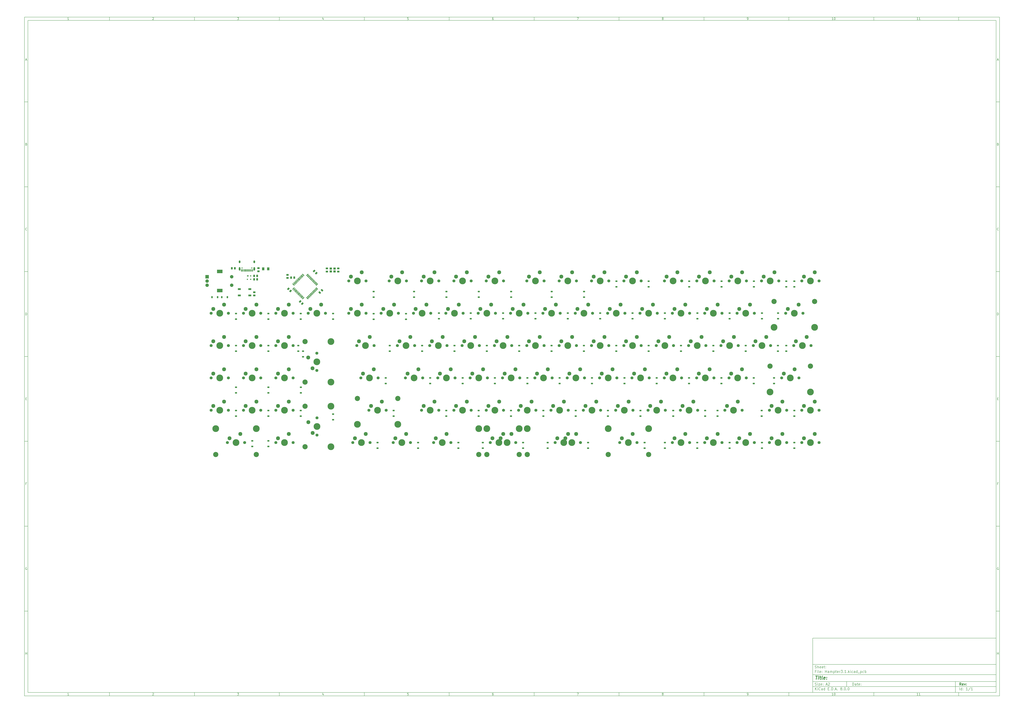
<source format=gbr>
G04 #@! TF.GenerationSoftware,KiCad,Pcbnew,8.0.0*
G04 #@! TF.CreationDate,2024-12-17T17:36:14-08:00*
G04 #@! TF.ProjectId,Hampter3.1,48616d70-7465-4723-932e-312e6b696361,rev?*
G04 #@! TF.SameCoordinates,Original*
G04 #@! TF.FileFunction,Soldermask,Bot*
G04 #@! TF.FilePolarity,Negative*
%FSLAX46Y46*%
G04 Gerber Fmt 4.6, Leading zero omitted, Abs format (unit mm)*
G04 Created by KiCad (PCBNEW 8.0.0) date 2024-12-17 17:36:14*
%MOMM*%
%LPD*%
G01*
G04 APERTURE LIST*
G04 Aperture macros list*
%AMRoundRect*
0 Rectangle with rounded corners*
0 $1 Rounding radius*
0 $2 $3 $4 $5 $6 $7 $8 $9 X,Y pos of 4 corners*
0 Add a 4 corners polygon primitive as box body*
4,1,4,$2,$3,$4,$5,$6,$7,$8,$9,$2,$3,0*
0 Add four circle primitives for the rounded corners*
1,1,$1+$1,$2,$3*
1,1,$1+$1,$4,$5*
1,1,$1+$1,$6,$7*
1,1,$1+$1,$8,$9*
0 Add four rect primitives between the rounded corners*
20,1,$1+$1,$2,$3,$4,$5,0*
20,1,$1+$1,$4,$5,$6,$7,0*
20,1,$1+$1,$6,$7,$8,$9,0*
20,1,$1+$1,$8,$9,$2,$3,0*%
%AMRotRect*
0 Rectangle, with rotation*
0 The origin of the aperture is its center*
0 $1 length*
0 $2 width*
0 $3 Rotation angle, in degrees counterclockwise*
0 Add horizontal line*
21,1,$1,$2,0,0,$3*%
G04 Aperture macros list end*
%ADD10C,0.100000*%
%ADD11C,0.150000*%
%ADD12C,0.300000*%
%ADD13C,0.400000*%
%ADD14C,1.750000*%
%ADD15C,3.987800*%
%ADD16C,2.300000*%
%ADD17C,3.048000*%
%ADD18R,2.000000X2.000000*%
%ADD19C,2.000000*%
%ADD20R,3.200000X2.000000*%
%ADD21RoundRect,0.225000X0.375000X-0.225000X0.375000X0.225000X-0.375000X0.225000X-0.375000X-0.225000X0*%
%ADD22RoundRect,0.225000X-0.225000X-0.375000X0.225000X-0.375000X0.225000X0.375000X-0.225000X0.375000X0*%
%ADD23RoundRect,0.250000X-0.262500X-0.450000X0.262500X-0.450000X0.262500X0.450000X-0.262500X0.450000X0*%
%ADD24RoundRect,0.250000X-0.503814X-0.132583X-0.132583X-0.503814X0.503814X0.132583X0.132583X0.503814X0*%
%ADD25RoundRect,0.250000X0.262500X0.450000X-0.262500X0.450000X-0.262500X-0.450000X0.262500X-0.450000X0*%
%ADD26RoundRect,0.225000X0.225000X0.375000X-0.225000X0.375000X-0.225000X-0.375000X0.225000X-0.375000X0*%
%ADD27RoundRect,0.250000X-0.450000X0.262500X-0.450000X-0.262500X0.450000X-0.262500X0.450000X0.262500X0*%
%ADD28RotRect,1.500000X0.550000X315.000000*%
%ADD29RotRect,1.500000X0.550000X225.000000*%
%ADD30C,0.650000*%
%ADD31R,0.600000X1.450000*%
%ADD32R,0.300000X1.450000*%
%ADD33O,1.000000X1.600000*%
%ADD34O,1.000000X2.100000*%
%ADD35RoundRect,0.225000X-0.375000X0.225000X-0.375000X-0.225000X0.375000X-0.225000X0.375000X0.225000X0*%
%ADD36RoundRect,0.250000X0.132583X-0.503814X0.503814X-0.132583X-0.132583X0.503814X-0.503814X0.132583X0*%
%ADD37R,1.400000X1.200000*%
%ADD38RoundRect,0.175000X-0.325000X0.175000X-0.325000X-0.175000X0.325000X-0.175000X0.325000X0.175000X0*%
%ADD39RoundRect,0.150000X-0.150000X0.200000X-0.150000X-0.200000X0.150000X-0.200000X0.150000X0.200000X0*%
%ADD40RoundRect,0.250001X-0.462499X-0.624999X0.462499X-0.624999X0.462499X0.624999X-0.462499X0.624999X0*%
%ADD41R,1.800000X1.100000*%
%ADD42RoundRect,0.250000X0.450000X-0.262500X0.450000X0.262500X-0.450000X0.262500X-0.450000X-0.262500X0*%
G04 APERTURE END LIST*
D10*
D11*
X474004400Y-375989000D02*
X582004400Y-375989000D01*
X582004400Y-407989000D01*
X474004400Y-407989000D01*
X474004400Y-375989000D01*
D10*
D11*
X10000000Y-10000000D02*
X584004400Y-10000000D01*
X584004400Y-409989000D01*
X10000000Y-409989000D01*
X10000000Y-10000000D01*
D10*
D11*
X12000000Y-12000000D02*
X582004400Y-12000000D01*
X582004400Y-407989000D01*
X12000000Y-407989000D01*
X12000000Y-12000000D01*
D10*
D11*
X60000000Y-12000000D02*
X60000000Y-10000000D01*
D10*
D11*
X110000000Y-12000000D02*
X110000000Y-10000000D01*
D10*
D11*
X160000000Y-12000000D02*
X160000000Y-10000000D01*
D10*
D11*
X210000000Y-12000000D02*
X210000000Y-10000000D01*
D10*
D11*
X260000000Y-12000000D02*
X260000000Y-10000000D01*
D10*
D11*
X310000000Y-12000000D02*
X310000000Y-10000000D01*
D10*
D11*
X360000000Y-12000000D02*
X360000000Y-10000000D01*
D10*
D11*
X410000000Y-12000000D02*
X410000000Y-10000000D01*
D10*
D11*
X460000000Y-12000000D02*
X460000000Y-10000000D01*
D10*
D11*
X510000000Y-12000000D02*
X510000000Y-10000000D01*
D10*
D11*
X560000000Y-12000000D02*
X560000000Y-10000000D01*
D10*
D11*
X36089160Y-11593604D02*
X35346303Y-11593604D01*
X35717731Y-11593604D02*
X35717731Y-10293604D01*
X35717731Y-10293604D02*
X35593922Y-10479319D01*
X35593922Y-10479319D02*
X35470112Y-10603128D01*
X35470112Y-10603128D02*
X35346303Y-10665033D01*
D10*
D11*
X85346303Y-10417414D02*
X85408207Y-10355509D01*
X85408207Y-10355509D02*
X85532017Y-10293604D01*
X85532017Y-10293604D02*
X85841541Y-10293604D01*
X85841541Y-10293604D02*
X85965350Y-10355509D01*
X85965350Y-10355509D02*
X86027255Y-10417414D01*
X86027255Y-10417414D02*
X86089160Y-10541223D01*
X86089160Y-10541223D02*
X86089160Y-10665033D01*
X86089160Y-10665033D02*
X86027255Y-10850747D01*
X86027255Y-10850747D02*
X85284398Y-11593604D01*
X85284398Y-11593604D02*
X86089160Y-11593604D01*
D10*
D11*
X135284398Y-10293604D02*
X136089160Y-10293604D01*
X136089160Y-10293604D02*
X135655826Y-10788842D01*
X135655826Y-10788842D02*
X135841541Y-10788842D01*
X135841541Y-10788842D02*
X135965350Y-10850747D01*
X135965350Y-10850747D02*
X136027255Y-10912652D01*
X136027255Y-10912652D02*
X136089160Y-11036461D01*
X136089160Y-11036461D02*
X136089160Y-11345985D01*
X136089160Y-11345985D02*
X136027255Y-11469795D01*
X136027255Y-11469795D02*
X135965350Y-11531700D01*
X135965350Y-11531700D02*
X135841541Y-11593604D01*
X135841541Y-11593604D02*
X135470112Y-11593604D01*
X135470112Y-11593604D02*
X135346303Y-11531700D01*
X135346303Y-11531700D02*
X135284398Y-11469795D01*
D10*
D11*
X185965350Y-10726938D02*
X185965350Y-11593604D01*
X185655826Y-10231700D02*
X185346303Y-11160271D01*
X185346303Y-11160271D02*
X186151064Y-11160271D01*
D10*
D11*
X236027255Y-10293604D02*
X235408207Y-10293604D01*
X235408207Y-10293604D02*
X235346303Y-10912652D01*
X235346303Y-10912652D02*
X235408207Y-10850747D01*
X235408207Y-10850747D02*
X235532017Y-10788842D01*
X235532017Y-10788842D02*
X235841541Y-10788842D01*
X235841541Y-10788842D02*
X235965350Y-10850747D01*
X235965350Y-10850747D02*
X236027255Y-10912652D01*
X236027255Y-10912652D02*
X236089160Y-11036461D01*
X236089160Y-11036461D02*
X236089160Y-11345985D01*
X236089160Y-11345985D02*
X236027255Y-11469795D01*
X236027255Y-11469795D02*
X235965350Y-11531700D01*
X235965350Y-11531700D02*
X235841541Y-11593604D01*
X235841541Y-11593604D02*
X235532017Y-11593604D01*
X235532017Y-11593604D02*
X235408207Y-11531700D01*
X235408207Y-11531700D02*
X235346303Y-11469795D01*
D10*
D11*
X285965350Y-10293604D02*
X285717731Y-10293604D01*
X285717731Y-10293604D02*
X285593922Y-10355509D01*
X285593922Y-10355509D02*
X285532017Y-10417414D01*
X285532017Y-10417414D02*
X285408207Y-10603128D01*
X285408207Y-10603128D02*
X285346303Y-10850747D01*
X285346303Y-10850747D02*
X285346303Y-11345985D01*
X285346303Y-11345985D02*
X285408207Y-11469795D01*
X285408207Y-11469795D02*
X285470112Y-11531700D01*
X285470112Y-11531700D02*
X285593922Y-11593604D01*
X285593922Y-11593604D02*
X285841541Y-11593604D01*
X285841541Y-11593604D02*
X285965350Y-11531700D01*
X285965350Y-11531700D02*
X286027255Y-11469795D01*
X286027255Y-11469795D02*
X286089160Y-11345985D01*
X286089160Y-11345985D02*
X286089160Y-11036461D01*
X286089160Y-11036461D02*
X286027255Y-10912652D01*
X286027255Y-10912652D02*
X285965350Y-10850747D01*
X285965350Y-10850747D02*
X285841541Y-10788842D01*
X285841541Y-10788842D02*
X285593922Y-10788842D01*
X285593922Y-10788842D02*
X285470112Y-10850747D01*
X285470112Y-10850747D02*
X285408207Y-10912652D01*
X285408207Y-10912652D02*
X285346303Y-11036461D01*
D10*
D11*
X335284398Y-10293604D02*
X336151064Y-10293604D01*
X336151064Y-10293604D02*
X335593922Y-11593604D01*
D10*
D11*
X385593922Y-10850747D02*
X385470112Y-10788842D01*
X385470112Y-10788842D02*
X385408207Y-10726938D01*
X385408207Y-10726938D02*
X385346303Y-10603128D01*
X385346303Y-10603128D02*
X385346303Y-10541223D01*
X385346303Y-10541223D02*
X385408207Y-10417414D01*
X385408207Y-10417414D02*
X385470112Y-10355509D01*
X385470112Y-10355509D02*
X385593922Y-10293604D01*
X385593922Y-10293604D02*
X385841541Y-10293604D01*
X385841541Y-10293604D02*
X385965350Y-10355509D01*
X385965350Y-10355509D02*
X386027255Y-10417414D01*
X386027255Y-10417414D02*
X386089160Y-10541223D01*
X386089160Y-10541223D02*
X386089160Y-10603128D01*
X386089160Y-10603128D02*
X386027255Y-10726938D01*
X386027255Y-10726938D02*
X385965350Y-10788842D01*
X385965350Y-10788842D02*
X385841541Y-10850747D01*
X385841541Y-10850747D02*
X385593922Y-10850747D01*
X385593922Y-10850747D02*
X385470112Y-10912652D01*
X385470112Y-10912652D02*
X385408207Y-10974557D01*
X385408207Y-10974557D02*
X385346303Y-11098366D01*
X385346303Y-11098366D02*
X385346303Y-11345985D01*
X385346303Y-11345985D02*
X385408207Y-11469795D01*
X385408207Y-11469795D02*
X385470112Y-11531700D01*
X385470112Y-11531700D02*
X385593922Y-11593604D01*
X385593922Y-11593604D02*
X385841541Y-11593604D01*
X385841541Y-11593604D02*
X385965350Y-11531700D01*
X385965350Y-11531700D02*
X386027255Y-11469795D01*
X386027255Y-11469795D02*
X386089160Y-11345985D01*
X386089160Y-11345985D02*
X386089160Y-11098366D01*
X386089160Y-11098366D02*
X386027255Y-10974557D01*
X386027255Y-10974557D02*
X385965350Y-10912652D01*
X385965350Y-10912652D02*
X385841541Y-10850747D01*
D10*
D11*
X435470112Y-11593604D02*
X435717731Y-11593604D01*
X435717731Y-11593604D02*
X435841541Y-11531700D01*
X435841541Y-11531700D02*
X435903445Y-11469795D01*
X435903445Y-11469795D02*
X436027255Y-11284080D01*
X436027255Y-11284080D02*
X436089160Y-11036461D01*
X436089160Y-11036461D02*
X436089160Y-10541223D01*
X436089160Y-10541223D02*
X436027255Y-10417414D01*
X436027255Y-10417414D02*
X435965350Y-10355509D01*
X435965350Y-10355509D02*
X435841541Y-10293604D01*
X435841541Y-10293604D02*
X435593922Y-10293604D01*
X435593922Y-10293604D02*
X435470112Y-10355509D01*
X435470112Y-10355509D02*
X435408207Y-10417414D01*
X435408207Y-10417414D02*
X435346303Y-10541223D01*
X435346303Y-10541223D02*
X435346303Y-10850747D01*
X435346303Y-10850747D02*
X435408207Y-10974557D01*
X435408207Y-10974557D02*
X435470112Y-11036461D01*
X435470112Y-11036461D02*
X435593922Y-11098366D01*
X435593922Y-11098366D02*
X435841541Y-11098366D01*
X435841541Y-11098366D02*
X435965350Y-11036461D01*
X435965350Y-11036461D02*
X436027255Y-10974557D01*
X436027255Y-10974557D02*
X436089160Y-10850747D01*
D10*
D11*
X486089160Y-11593604D02*
X485346303Y-11593604D01*
X485717731Y-11593604D02*
X485717731Y-10293604D01*
X485717731Y-10293604D02*
X485593922Y-10479319D01*
X485593922Y-10479319D02*
X485470112Y-10603128D01*
X485470112Y-10603128D02*
X485346303Y-10665033D01*
X486893921Y-10293604D02*
X487017731Y-10293604D01*
X487017731Y-10293604D02*
X487141540Y-10355509D01*
X487141540Y-10355509D02*
X487203445Y-10417414D01*
X487203445Y-10417414D02*
X487265350Y-10541223D01*
X487265350Y-10541223D02*
X487327255Y-10788842D01*
X487327255Y-10788842D02*
X487327255Y-11098366D01*
X487327255Y-11098366D02*
X487265350Y-11345985D01*
X487265350Y-11345985D02*
X487203445Y-11469795D01*
X487203445Y-11469795D02*
X487141540Y-11531700D01*
X487141540Y-11531700D02*
X487017731Y-11593604D01*
X487017731Y-11593604D02*
X486893921Y-11593604D01*
X486893921Y-11593604D02*
X486770112Y-11531700D01*
X486770112Y-11531700D02*
X486708207Y-11469795D01*
X486708207Y-11469795D02*
X486646302Y-11345985D01*
X486646302Y-11345985D02*
X486584398Y-11098366D01*
X486584398Y-11098366D02*
X486584398Y-10788842D01*
X486584398Y-10788842D02*
X486646302Y-10541223D01*
X486646302Y-10541223D02*
X486708207Y-10417414D01*
X486708207Y-10417414D02*
X486770112Y-10355509D01*
X486770112Y-10355509D02*
X486893921Y-10293604D01*
D10*
D11*
X536089160Y-11593604D02*
X535346303Y-11593604D01*
X535717731Y-11593604D02*
X535717731Y-10293604D01*
X535717731Y-10293604D02*
X535593922Y-10479319D01*
X535593922Y-10479319D02*
X535470112Y-10603128D01*
X535470112Y-10603128D02*
X535346303Y-10665033D01*
X537327255Y-11593604D02*
X536584398Y-11593604D01*
X536955826Y-11593604D02*
X536955826Y-10293604D01*
X536955826Y-10293604D02*
X536832017Y-10479319D01*
X536832017Y-10479319D02*
X536708207Y-10603128D01*
X536708207Y-10603128D02*
X536584398Y-10665033D01*
D10*
D11*
X60000000Y-407989000D02*
X60000000Y-409989000D01*
D10*
D11*
X110000000Y-407989000D02*
X110000000Y-409989000D01*
D10*
D11*
X160000000Y-407989000D02*
X160000000Y-409989000D01*
D10*
D11*
X210000000Y-407989000D02*
X210000000Y-409989000D01*
D10*
D11*
X260000000Y-407989000D02*
X260000000Y-409989000D01*
D10*
D11*
X310000000Y-407989000D02*
X310000000Y-409989000D01*
D10*
D11*
X360000000Y-407989000D02*
X360000000Y-409989000D01*
D10*
D11*
X410000000Y-407989000D02*
X410000000Y-409989000D01*
D10*
D11*
X460000000Y-407989000D02*
X460000000Y-409989000D01*
D10*
D11*
X510000000Y-407989000D02*
X510000000Y-409989000D01*
D10*
D11*
X560000000Y-407989000D02*
X560000000Y-409989000D01*
D10*
D11*
X36089160Y-409582604D02*
X35346303Y-409582604D01*
X35717731Y-409582604D02*
X35717731Y-408282604D01*
X35717731Y-408282604D02*
X35593922Y-408468319D01*
X35593922Y-408468319D02*
X35470112Y-408592128D01*
X35470112Y-408592128D02*
X35346303Y-408654033D01*
D10*
D11*
X85346303Y-408406414D02*
X85408207Y-408344509D01*
X85408207Y-408344509D02*
X85532017Y-408282604D01*
X85532017Y-408282604D02*
X85841541Y-408282604D01*
X85841541Y-408282604D02*
X85965350Y-408344509D01*
X85965350Y-408344509D02*
X86027255Y-408406414D01*
X86027255Y-408406414D02*
X86089160Y-408530223D01*
X86089160Y-408530223D02*
X86089160Y-408654033D01*
X86089160Y-408654033D02*
X86027255Y-408839747D01*
X86027255Y-408839747D02*
X85284398Y-409582604D01*
X85284398Y-409582604D02*
X86089160Y-409582604D01*
D10*
D11*
X135284398Y-408282604D02*
X136089160Y-408282604D01*
X136089160Y-408282604D02*
X135655826Y-408777842D01*
X135655826Y-408777842D02*
X135841541Y-408777842D01*
X135841541Y-408777842D02*
X135965350Y-408839747D01*
X135965350Y-408839747D02*
X136027255Y-408901652D01*
X136027255Y-408901652D02*
X136089160Y-409025461D01*
X136089160Y-409025461D02*
X136089160Y-409334985D01*
X136089160Y-409334985D02*
X136027255Y-409458795D01*
X136027255Y-409458795D02*
X135965350Y-409520700D01*
X135965350Y-409520700D02*
X135841541Y-409582604D01*
X135841541Y-409582604D02*
X135470112Y-409582604D01*
X135470112Y-409582604D02*
X135346303Y-409520700D01*
X135346303Y-409520700D02*
X135284398Y-409458795D01*
D10*
D11*
X185965350Y-408715938D02*
X185965350Y-409582604D01*
X185655826Y-408220700D02*
X185346303Y-409149271D01*
X185346303Y-409149271D02*
X186151064Y-409149271D01*
D10*
D11*
X236027255Y-408282604D02*
X235408207Y-408282604D01*
X235408207Y-408282604D02*
X235346303Y-408901652D01*
X235346303Y-408901652D02*
X235408207Y-408839747D01*
X235408207Y-408839747D02*
X235532017Y-408777842D01*
X235532017Y-408777842D02*
X235841541Y-408777842D01*
X235841541Y-408777842D02*
X235965350Y-408839747D01*
X235965350Y-408839747D02*
X236027255Y-408901652D01*
X236027255Y-408901652D02*
X236089160Y-409025461D01*
X236089160Y-409025461D02*
X236089160Y-409334985D01*
X236089160Y-409334985D02*
X236027255Y-409458795D01*
X236027255Y-409458795D02*
X235965350Y-409520700D01*
X235965350Y-409520700D02*
X235841541Y-409582604D01*
X235841541Y-409582604D02*
X235532017Y-409582604D01*
X235532017Y-409582604D02*
X235408207Y-409520700D01*
X235408207Y-409520700D02*
X235346303Y-409458795D01*
D10*
D11*
X285965350Y-408282604D02*
X285717731Y-408282604D01*
X285717731Y-408282604D02*
X285593922Y-408344509D01*
X285593922Y-408344509D02*
X285532017Y-408406414D01*
X285532017Y-408406414D02*
X285408207Y-408592128D01*
X285408207Y-408592128D02*
X285346303Y-408839747D01*
X285346303Y-408839747D02*
X285346303Y-409334985D01*
X285346303Y-409334985D02*
X285408207Y-409458795D01*
X285408207Y-409458795D02*
X285470112Y-409520700D01*
X285470112Y-409520700D02*
X285593922Y-409582604D01*
X285593922Y-409582604D02*
X285841541Y-409582604D01*
X285841541Y-409582604D02*
X285965350Y-409520700D01*
X285965350Y-409520700D02*
X286027255Y-409458795D01*
X286027255Y-409458795D02*
X286089160Y-409334985D01*
X286089160Y-409334985D02*
X286089160Y-409025461D01*
X286089160Y-409025461D02*
X286027255Y-408901652D01*
X286027255Y-408901652D02*
X285965350Y-408839747D01*
X285965350Y-408839747D02*
X285841541Y-408777842D01*
X285841541Y-408777842D02*
X285593922Y-408777842D01*
X285593922Y-408777842D02*
X285470112Y-408839747D01*
X285470112Y-408839747D02*
X285408207Y-408901652D01*
X285408207Y-408901652D02*
X285346303Y-409025461D01*
D10*
D11*
X335284398Y-408282604D02*
X336151064Y-408282604D01*
X336151064Y-408282604D02*
X335593922Y-409582604D01*
D10*
D11*
X385593922Y-408839747D02*
X385470112Y-408777842D01*
X385470112Y-408777842D02*
X385408207Y-408715938D01*
X385408207Y-408715938D02*
X385346303Y-408592128D01*
X385346303Y-408592128D02*
X385346303Y-408530223D01*
X385346303Y-408530223D02*
X385408207Y-408406414D01*
X385408207Y-408406414D02*
X385470112Y-408344509D01*
X385470112Y-408344509D02*
X385593922Y-408282604D01*
X385593922Y-408282604D02*
X385841541Y-408282604D01*
X385841541Y-408282604D02*
X385965350Y-408344509D01*
X385965350Y-408344509D02*
X386027255Y-408406414D01*
X386027255Y-408406414D02*
X386089160Y-408530223D01*
X386089160Y-408530223D02*
X386089160Y-408592128D01*
X386089160Y-408592128D02*
X386027255Y-408715938D01*
X386027255Y-408715938D02*
X385965350Y-408777842D01*
X385965350Y-408777842D02*
X385841541Y-408839747D01*
X385841541Y-408839747D02*
X385593922Y-408839747D01*
X385593922Y-408839747D02*
X385470112Y-408901652D01*
X385470112Y-408901652D02*
X385408207Y-408963557D01*
X385408207Y-408963557D02*
X385346303Y-409087366D01*
X385346303Y-409087366D02*
X385346303Y-409334985D01*
X385346303Y-409334985D02*
X385408207Y-409458795D01*
X385408207Y-409458795D02*
X385470112Y-409520700D01*
X385470112Y-409520700D02*
X385593922Y-409582604D01*
X385593922Y-409582604D02*
X385841541Y-409582604D01*
X385841541Y-409582604D02*
X385965350Y-409520700D01*
X385965350Y-409520700D02*
X386027255Y-409458795D01*
X386027255Y-409458795D02*
X386089160Y-409334985D01*
X386089160Y-409334985D02*
X386089160Y-409087366D01*
X386089160Y-409087366D02*
X386027255Y-408963557D01*
X386027255Y-408963557D02*
X385965350Y-408901652D01*
X385965350Y-408901652D02*
X385841541Y-408839747D01*
D10*
D11*
X435470112Y-409582604D02*
X435717731Y-409582604D01*
X435717731Y-409582604D02*
X435841541Y-409520700D01*
X435841541Y-409520700D02*
X435903445Y-409458795D01*
X435903445Y-409458795D02*
X436027255Y-409273080D01*
X436027255Y-409273080D02*
X436089160Y-409025461D01*
X436089160Y-409025461D02*
X436089160Y-408530223D01*
X436089160Y-408530223D02*
X436027255Y-408406414D01*
X436027255Y-408406414D02*
X435965350Y-408344509D01*
X435965350Y-408344509D02*
X435841541Y-408282604D01*
X435841541Y-408282604D02*
X435593922Y-408282604D01*
X435593922Y-408282604D02*
X435470112Y-408344509D01*
X435470112Y-408344509D02*
X435408207Y-408406414D01*
X435408207Y-408406414D02*
X435346303Y-408530223D01*
X435346303Y-408530223D02*
X435346303Y-408839747D01*
X435346303Y-408839747D02*
X435408207Y-408963557D01*
X435408207Y-408963557D02*
X435470112Y-409025461D01*
X435470112Y-409025461D02*
X435593922Y-409087366D01*
X435593922Y-409087366D02*
X435841541Y-409087366D01*
X435841541Y-409087366D02*
X435965350Y-409025461D01*
X435965350Y-409025461D02*
X436027255Y-408963557D01*
X436027255Y-408963557D02*
X436089160Y-408839747D01*
D10*
D11*
X486089160Y-409582604D02*
X485346303Y-409582604D01*
X485717731Y-409582604D02*
X485717731Y-408282604D01*
X485717731Y-408282604D02*
X485593922Y-408468319D01*
X485593922Y-408468319D02*
X485470112Y-408592128D01*
X485470112Y-408592128D02*
X485346303Y-408654033D01*
X486893921Y-408282604D02*
X487017731Y-408282604D01*
X487017731Y-408282604D02*
X487141540Y-408344509D01*
X487141540Y-408344509D02*
X487203445Y-408406414D01*
X487203445Y-408406414D02*
X487265350Y-408530223D01*
X487265350Y-408530223D02*
X487327255Y-408777842D01*
X487327255Y-408777842D02*
X487327255Y-409087366D01*
X487327255Y-409087366D02*
X487265350Y-409334985D01*
X487265350Y-409334985D02*
X487203445Y-409458795D01*
X487203445Y-409458795D02*
X487141540Y-409520700D01*
X487141540Y-409520700D02*
X487017731Y-409582604D01*
X487017731Y-409582604D02*
X486893921Y-409582604D01*
X486893921Y-409582604D02*
X486770112Y-409520700D01*
X486770112Y-409520700D02*
X486708207Y-409458795D01*
X486708207Y-409458795D02*
X486646302Y-409334985D01*
X486646302Y-409334985D02*
X486584398Y-409087366D01*
X486584398Y-409087366D02*
X486584398Y-408777842D01*
X486584398Y-408777842D02*
X486646302Y-408530223D01*
X486646302Y-408530223D02*
X486708207Y-408406414D01*
X486708207Y-408406414D02*
X486770112Y-408344509D01*
X486770112Y-408344509D02*
X486893921Y-408282604D01*
D10*
D11*
X536089160Y-409582604D02*
X535346303Y-409582604D01*
X535717731Y-409582604D02*
X535717731Y-408282604D01*
X535717731Y-408282604D02*
X535593922Y-408468319D01*
X535593922Y-408468319D02*
X535470112Y-408592128D01*
X535470112Y-408592128D02*
X535346303Y-408654033D01*
X537327255Y-409582604D02*
X536584398Y-409582604D01*
X536955826Y-409582604D02*
X536955826Y-408282604D01*
X536955826Y-408282604D02*
X536832017Y-408468319D01*
X536832017Y-408468319D02*
X536708207Y-408592128D01*
X536708207Y-408592128D02*
X536584398Y-408654033D01*
D10*
D11*
X10000000Y-60000000D02*
X12000000Y-60000000D01*
D10*
D11*
X10000000Y-110000000D02*
X12000000Y-110000000D01*
D10*
D11*
X10000000Y-160000000D02*
X12000000Y-160000000D01*
D10*
D11*
X10000000Y-210000000D02*
X12000000Y-210000000D01*
D10*
D11*
X10000000Y-260000000D02*
X12000000Y-260000000D01*
D10*
D11*
X10000000Y-310000000D02*
X12000000Y-310000000D01*
D10*
D11*
X10000000Y-360000000D02*
X12000000Y-360000000D01*
D10*
D11*
X10690476Y-35222176D02*
X11309523Y-35222176D01*
X10566666Y-35593604D02*
X10999999Y-34293604D01*
X10999999Y-34293604D02*
X11433333Y-35593604D01*
D10*
D11*
X11092857Y-84912652D02*
X11278571Y-84974557D01*
X11278571Y-84974557D02*
X11340476Y-85036461D01*
X11340476Y-85036461D02*
X11402380Y-85160271D01*
X11402380Y-85160271D02*
X11402380Y-85345985D01*
X11402380Y-85345985D02*
X11340476Y-85469795D01*
X11340476Y-85469795D02*
X11278571Y-85531700D01*
X11278571Y-85531700D02*
X11154761Y-85593604D01*
X11154761Y-85593604D02*
X10659523Y-85593604D01*
X10659523Y-85593604D02*
X10659523Y-84293604D01*
X10659523Y-84293604D02*
X11092857Y-84293604D01*
X11092857Y-84293604D02*
X11216666Y-84355509D01*
X11216666Y-84355509D02*
X11278571Y-84417414D01*
X11278571Y-84417414D02*
X11340476Y-84541223D01*
X11340476Y-84541223D02*
X11340476Y-84665033D01*
X11340476Y-84665033D02*
X11278571Y-84788842D01*
X11278571Y-84788842D02*
X11216666Y-84850747D01*
X11216666Y-84850747D02*
X11092857Y-84912652D01*
X11092857Y-84912652D02*
X10659523Y-84912652D01*
D10*
D11*
X11402380Y-135469795D02*
X11340476Y-135531700D01*
X11340476Y-135531700D02*
X11154761Y-135593604D01*
X11154761Y-135593604D02*
X11030952Y-135593604D01*
X11030952Y-135593604D02*
X10845238Y-135531700D01*
X10845238Y-135531700D02*
X10721428Y-135407890D01*
X10721428Y-135407890D02*
X10659523Y-135284080D01*
X10659523Y-135284080D02*
X10597619Y-135036461D01*
X10597619Y-135036461D02*
X10597619Y-134850747D01*
X10597619Y-134850747D02*
X10659523Y-134603128D01*
X10659523Y-134603128D02*
X10721428Y-134479319D01*
X10721428Y-134479319D02*
X10845238Y-134355509D01*
X10845238Y-134355509D02*
X11030952Y-134293604D01*
X11030952Y-134293604D02*
X11154761Y-134293604D01*
X11154761Y-134293604D02*
X11340476Y-134355509D01*
X11340476Y-134355509D02*
X11402380Y-134417414D01*
D10*
D11*
X10659523Y-185593604D02*
X10659523Y-184293604D01*
X10659523Y-184293604D02*
X10969047Y-184293604D01*
X10969047Y-184293604D02*
X11154761Y-184355509D01*
X11154761Y-184355509D02*
X11278571Y-184479319D01*
X11278571Y-184479319D02*
X11340476Y-184603128D01*
X11340476Y-184603128D02*
X11402380Y-184850747D01*
X11402380Y-184850747D02*
X11402380Y-185036461D01*
X11402380Y-185036461D02*
X11340476Y-185284080D01*
X11340476Y-185284080D02*
X11278571Y-185407890D01*
X11278571Y-185407890D02*
X11154761Y-185531700D01*
X11154761Y-185531700D02*
X10969047Y-185593604D01*
X10969047Y-185593604D02*
X10659523Y-185593604D01*
D10*
D11*
X10721428Y-234912652D02*
X11154762Y-234912652D01*
X11340476Y-235593604D02*
X10721428Y-235593604D01*
X10721428Y-235593604D02*
X10721428Y-234293604D01*
X10721428Y-234293604D02*
X11340476Y-234293604D01*
D10*
D11*
X11185714Y-284912652D02*
X10752380Y-284912652D01*
X10752380Y-285593604D02*
X10752380Y-284293604D01*
X10752380Y-284293604D02*
X11371428Y-284293604D01*
D10*
D11*
X11340476Y-334355509D02*
X11216666Y-334293604D01*
X11216666Y-334293604D02*
X11030952Y-334293604D01*
X11030952Y-334293604D02*
X10845238Y-334355509D01*
X10845238Y-334355509D02*
X10721428Y-334479319D01*
X10721428Y-334479319D02*
X10659523Y-334603128D01*
X10659523Y-334603128D02*
X10597619Y-334850747D01*
X10597619Y-334850747D02*
X10597619Y-335036461D01*
X10597619Y-335036461D02*
X10659523Y-335284080D01*
X10659523Y-335284080D02*
X10721428Y-335407890D01*
X10721428Y-335407890D02*
X10845238Y-335531700D01*
X10845238Y-335531700D02*
X11030952Y-335593604D01*
X11030952Y-335593604D02*
X11154761Y-335593604D01*
X11154761Y-335593604D02*
X11340476Y-335531700D01*
X11340476Y-335531700D02*
X11402380Y-335469795D01*
X11402380Y-335469795D02*
X11402380Y-335036461D01*
X11402380Y-335036461D02*
X11154761Y-335036461D01*
D10*
D11*
X10628571Y-385593604D02*
X10628571Y-384293604D01*
X10628571Y-384912652D02*
X11371428Y-384912652D01*
X11371428Y-385593604D02*
X11371428Y-384293604D01*
D10*
D11*
X584004400Y-60000000D02*
X582004400Y-60000000D01*
D10*
D11*
X584004400Y-110000000D02*
X582004400Y-110000000D01*
D10*
D11*
X584004400Y-160000000D02*
X582004400Y-160000000D01*
D10*
D11*
X584004400Y-210000000D02*
X582004400Y-210000000D01*
D10*
D11*
X584004400Y-260000000D02*
X582004400Y-260000000D01*
D10*
D11*
X584004400Y-310000000D02*
X582004400Y-310000000D01*
D10*
D11*
X584004400Y-360000000D02*
X582004400Y-360000000D01*
D10*
D11*
X582694876Y-35222176D02*
X583313923Y-35222176D01*
X582571066Y-35593604D02*
X583004399Y-34293604D01*
X583004399Y-34293604D02*
X583437733Y-35593604D01*
D10*
D11*
X583097257Y-84912652D02*
X583282971Y-84974557D01*
X583282971Y-84974557D02*
X583344876Y-85036461D01*
X583344876Y-85036461D02*
X583406780Y-85160271D01*
X583406780Y-85160271D02*
X583406780Y-85345985D01*
X583406780Y-85345985D02*
X583344876Y-85469795D01*
X583344876Y-85469795D02*
X583282971Y-85531700D01*
X583282971Y-85531700D02*
X583159161Y-85593604D01*
X583159161Y-85593604D02*
X582663923Y-85593604D01*
X582663923Y-85593604D02*
X582663923Y-84293604D01*
X582663923Y-84293604D02*
X583097257Y-84293604D01*
X583097257Y-84293604D02*
X583221066Y-84355509D01*
X583221066Y-84355509D02*
X583282971Y-84417414D01*
X583282971Y-84417414D02*
X583344876Y-84541223D01*
X583344876Y-84541223D02*
X583344876Y-84665033D01*
X583344876Y-84665033D02*
X583282971Y-84788842D01*
X583282971Y-84788842D02*
X583221066Y-84850747D01*
X583221066Y-84850747D02*
X583097257Y-84912652D01*
X583097257Y-84912652D02*
X582663923Y-84912652D01*
D10*
D11*
X583406780Y-135469795D02*
X583344876Y-135531700D01*
X583344876Y-135531700D02*
X583159161Y-135593604D01*
X583159161Y-135593604D02*
X583035352Y-135593604D01*
X583035352Y-135593604D02*
X582849638Y-135531700D01*
X582849638Y-135531700D02*
X582725828Y-135407890D01*
X582725828Y-135407890D02*
X582663923Y-135284080D01*
X582663923Y-135284080D02*
X582602019Y-135036461D01*
X582602019Y-135036461D02*
X582602019Y-134850747D01*
X582602019Y-134850747D02*
X582663923Y-134603128D01*
X582663923Y-134603128D02*
X582725828Y-134479319D01*
X582725828Y-134479319D02*
X582849638Y-134355509D01*
X582849638Y-134355509D02*
X583035352Y-134293604D01*
X583035352Y-134293604D02*
X583159161Y-134293604D01*
X583159161Y-134293604D02*
X583344876Y-134355509D01*
X583344876Y-134355509D02*
X583406780Y-134417414D01*
D10*
D11*
X582663923Y-185593604D02*
X582663923Y-184293604D01*
X582663923Y-184293604D02*
X582973447Y-184293604D01*
X582973447Y-184293604D02*
X583159161Y-184355509D01*
X583159161Y-184355509D02*
X583282971Y-184479319D01*
X583282971Y-184479319D02*
X583344876Y-184603128D01*
X583344876Y-184603128D02*
X583406780Y-184850747D01*
X583406780Y-184850747D02*
X583406780Y-185036461D01*
X583406780Y-185036461D02*
X583344876Y-185284080D01*
X583344876Y-185284080D02*
X583282971Y-185407890D01*
X583282971Y-185407890D02*
X583159161Y-185531700D01*
X583159161Y-185531700D02*
X582973447Y-185593604D01*
X582973447Y-185593604D02*
X582663923Y-185593604D01*
D10*
D11*
X582725828Y-234912652D02*
X583159162Y-234912652D01*
X583344876Y-235593604D02*
X582725828Y-235593604D01*
X582725828Y-235593604D02*
X582725828Y-234293604D01*
X582725828Y-234293604D02*
X583344876Y-234293604D01*
D10*
D11*
X583190114Y-284912652D02*
X582756780Y-284912652D01*
X582756780Y-285593604D02*
X582756780Y-284293604D01*
X582756780Y-284293604D02*
X583375828Y-284293604D01*
D10*
D11*
X583344876Y-334355509D02*
X583221066Y-334293604D01*
X583221066Y-334293604D02*
X583035352Y-334293604D01*
X583035352Y-334293604D02*
X582849638Y-334355509D01*
X582849638Y-334355509D02*
X582725828Y-334479319D01*
X582725828Y-334479319D02*
X582663923Y-334603128D01*
X582663923Y-334603128D02*
X582602019Y-334850747D01*
X582602019Y-334850747D02*
X582602019Y-335036461D01*
X582602019Y-335036461D02*
X582663923Y-335284080D01*
X582663923Y-335284080D02*
X582725828Y-335407890D01*
X582725828Y-335407890D02*
X582849638Y-335531700D01*
X582849638Y-335531700D02*
X583035352Y-335593604D01*
X583035352Y-335593604D02*
X583159161Y-335593604D01*
X583159161Y-335593604D02*
X583344876Y-335531700D01*
X583344876Y-335531700D02*
X583406780Y-335469795D01*
X583406780Y-335469795D02*
X583406780Y-335036461D01*
X583406780Y-335036461D02*
X583159161Y-335036461D01*
D10*
D11*
X582632971Y-385593604D02*
X582632971Y-384293604D01*
X582632971Y-384912652D02*
X583375828Y-384912652D01*
X583375828Y-385593604D02*
X583375828Y-384293604D01*
D10*
D11*
X497460226Y-403775128D02*
X497460226Y-402275128D01*
X497460226Y-402275128D02*
X497817369Y-402275128D01*
X497817369Y-402275128D02*
X498031655Y-402346557D01*
X498031655Y-402346557D02*
X498174512Y-402489414D01*
X498174512Y-402489414D02*
X498245941Y-402632271D01*
X498245941Y-402632271D02*
X498317369Y-402917985D01*
X498317369Y-402917985D02*
X498317369Y-403132271D01*
X498317369Y-403132271D02*
X498245941Y-403417985D01*
X498245941Y-403417985D02*
X498174512Y-403560842D01*
X498174512Y-403560842D02*
X498031655Y-403703700D01*
X498031655Y-403703700D02*
X497817369Y-403775128D01*
X497817369Y-403775128D02*
X497460226Y-403775128D01*
X499603084Y-403775128D02*
X499603084Y-402989414D01*
X499603084Y-402989414D02*
X499531655Y-402846557D01*
X499531655Y-402846557D02*
X499388798Y-402775128D01*
X499388798Y-402775128D02*
X499103084Y-402775128D01*
X499103084Y-402775128D02*
X498960226Y-402846557D01*
X499603084Y-403703700D02*
X499460226Y-403775128D01*
X499460226Y-403775128D02*
X499103084Y-403775128D01*
X499103084Y-403775128D02*
X498960226Y-403703700D01*
X498960226Y-403703700D02*
X498888798Y-403560842D01*
X498888798Y-403560842D02*
X498888798Y-403417985D01*
X498888798Y-403417985D02*
X498960226Y-403275128D01*
X498960226Y-403275128D02*
X499103084Y-403203700D01*
X499103084Y-403203700D02*
X499460226Y-403203700D01*
X499460226Y-403203700D02*
X499603084Y-403132271D01*
X500103084Y-402775128D02*
X500674512Y-402775128D01*
X500317369Y-402275128D02*
X500317369Y-403560842D01*
X500317369Y-403560842D02*
X500388798Y-403703700D01*
X500388798Y-403703700D02*
X500531655Y-403775128D01*
X500531655Y-403775128D02*
X500674512Y-403775128D01*
X501745941Y-403703700D02*
X501603084Y-403775128D01*
X501603084Y-403775128D02*
X501317370Y-403775128D01*
X501317370Y-403775128D02*
X501174512Y-403703700D01*
X501174512Y-403703700D02*
X501103084Y-403560842D01*
X501103084Y-403560842D02*
X501103084Y-402989414D01*
X501103084Y-402989414D02*
X501174512Y-402846557D01*
X501174512Y-402846557D02*
X501317370Y-402775128D01*
X501317370Y-402775128D02*
X501603084Y-402775128D01*
X501603084Y-402775128D02*
X501745941Y-402846557D01*
X501745941Y-402846557D02*
X501817370Y-402989414D01*
X501817370Y-402989414D02*
X501817370Y-403132271D01*
X501817370Y-403132271D02*
X501103084Y-403275128D01*
X502460226Y-403632271D02*
X502531655Y-403703700D01*
X502531655Y-403703700D02*
X502460226Y-403775128D01*
X502460226Y-403775128D02*
X502388798Y-403703700D01*
X502388798Y-403703700D02*
X502460226Y-403632271D01*
X502460226Y-403632271D02*
X502460226Y-403775128D01*
X502460226Y-402846557D02*
X502531655Y-402917985D01*
X502531655Y-402917985D02*
X502460226Y-402989414D01*
X502460226Y-402989414D02*
X502388798Y-402917985D01*
X502388798Y-402917985D02*
X502460226Y-402846557D01*
X502460226Y-402846557D02*
X502460226Y-402989414D01*
D10*
D11*
X474004400Y-404489000D02*
X582004400Y-404489000D01*
D10*
D11*
X475460226Y-406575128D02*
X475460226Y-405075128D01*
X476317369Y-406575128D02*
X475674512Y-405717985D01*
X476317369Y-405075128D02*
X475460226Y-405932271D01*
X476960226Y-406575128D02*
X476960226Y-405575128D01*
X476960226Y-405075128D02*
X476888798Y-405146557D01*
X476888798Y-405146557D02*
X476960226Y-405217985D01*
X476960226Y-405217985D02*
X477031655Y-405146557D01*
X477031655Y-405146557D02*
X476960226Y-405075128D01*
X476960226Y-405075128D02*
X476960226Y-405217985D01*
X478531655Y-406432271D02*
X478460227Y-406503700D01*
X478460227Y-406503700D02*
X478245941Y-406575128D01*
X478245941Y-406575128D02*
X478103084Y-406575128D01*
X478103084Y-406575128D02*
X477888798Y-406503700D01*
X477888798Y-406503700D02*
X477745941Y-406360842D01*
X477745941Y-406360842D02*
X477674512Y-406217985D01*
X477674512Y-406217985D02*
X477603084Y-405932271D01*
X477603084Y-405932271D02*
X477603084Y-405717985D01*
X477603084Y-405717985D02*
X477674512Y-405432271D01*
X477674512Y-405432271D02*
X477745941Y-405289414D01*
X477745941Y-405289414D02*
X477888798Y-405146557D01*
X477888798Y-405146557D02*
X478103084Y-405075128D01*
X478103084Y-405075128D02*
X478245941Y-405075128D01*
X478245941Y-405075128D02*
X478460227Y-405146557D01*
X478460227Y-405146557D02*
X478531655Y-405217985D01*
X479817370Y-406575128D02*
X479817370Y-405789414D01*
X479817370Y-405789414D02*
X479745941Y-405646557D01*
X479745941Y-405646557D02*
X479603084Y-405575128D01*
X479603084Y-405575128D02*
X479317370Y-405575128D01*
X479317370Y-405575128D02*
X479174512Y-405646557D01*
X479817370Y-406503700D02*
X479674512Y-406575128D01*
X479674512Y-406575128D02*
X479317370Y-406575128D01*
X479317370Y-406575128D02*
X479174512Y-406503700D01*
X479174512Y-406503700D02*
X479103084Y-406360842D01*
X479103084Y-406360842D02*
X479103084Y-406217985D01*
X479103084Y-406217985D02*
X479174512Y-406075128D01*
X479174512Y-406075128D02*
X479317370Y-406003700D01*
X479317370Y-406003700D02*
X479674512Y-406003700D01*
X479674512Y-406003700D02*
X479817370Y-405932271D01*
X481174513Y-406575128D02*
X481174513Y-405075128D01*
X481174513Y-406503700D02*
X481031655Y-406575128D01*
X481031655Y-406575128D02*
X480745941Y-406575128D01*
X480745941Y-406575128D02*
X480603084Y-406503700D01*
X480603084Y-406503700D02*
X480531655Y-406432271D01*
X480531655Y-406432271D02*
X480460227Y-406289414D01*
X480460227Y-406289414D02*
X480460227Y-405860842D01*
X480460227Y-405860842D02*
X480531655Y-405717985D01*
X480531655Y-405717985D02*
X480603084Y-405646557D01*
X480603084Y-405646557D02*
X480745941Y-405575128D01*
X480745941Y-405575128D02*
X481031655Y-405575128D01*
X481031655Y-405575128D02*
X481174513Y-405646557D01*
X483031655Y-405789414D02*
X483531655Y-405789414D01*
X483745941Y-406575128D02*
X483031655Y-406575128D01*
X483031655Y-406575128D02*
X483031655Y-405075128D01*
X483031655Y-405075128D02*
X483745941Y-405075128D01*
X484388798Y-406432271D02*
X484460227Y-406503700D01*
X484460227Y-406503700D02*
X484388798Y-406575128D01*
X484388798Y-406575128D02*
X484317370Y-406503700D01*
X484317370Y-406503700D02*
X484388798Y-406432271D01*
X484388798Y-406432271D02*
X484388798Y-406575128D01*
X485103084Y-406575128D02*
X485103084Y-405075128D01*
X485103084Y-405075128D02*
X485460227Y-405075128D01*
X485460227Y-405075128D02*
X485674513Y-405146557D01*
X485674513Y-405146557D02*
X485817370Y-405289414D01*
X485817370Y-405289414D02*
X485888799Y-405432271D01*
X485888799Y-405432271D02*
X485960227Y-405717985D01*
X485960227Y-405717985D02*
X485960227Y-405932271D01*
X485960227Y-405932271D02*
X485888799Y-406217985D01*
X485888799Y-406217985D02*
X485817370Y-406360842D01*
X485817370Y-406360842D02*
X485674513Y-406503700D01*
X485674513Y-406503700D02*
X485460227Y-406575128D01*
X485460227Y-406575128D02*
X485103084Y-406575128D01*
X486603084Y-406432271D02*
X486674513Y-406503700D01*
X486674513Y-406503700D02*
X486603084Y-406575128D01*
X486603084Y-406575128D02*
X486531656Y-406503700D01*
X486531656Y-406503700D02*
X486603084Y-406432271D01*
X486603084Y-406432271D02*
X486603084Y-406575128D01*
X487245942Y-406146557D02*
X487960228Y-406146557D01*
X487103085Y-406575128D02*
X487603085Y-405075128D01*
X487603085Y-405075128D02*
X488103085Y-406575128D01*
X488603084Y-406432271D02*
X488674513Y-406503700D01*
X488674513Y-406503700D02*
X488603084Y-406575128D01*
X488603084Y-406575128D02*
X488531656Y-406503700D01*
X488531656Y-406503700D02*
X488603084Y-406432271D01*
X488603084Y-406432271D02*
X488603084Y-406575128D01*
X490674513Y-405717985D02*
X490531656Y-405646557D01*
X490531656Y-405646557D02*
X490460227Y-405575128D01*
X490460227Y-405575128D02*
X490388799Y-405432271D01*
X490388799Y-405432271D02*
X490388799Y-405360842D01*
X490388799Y-405360842D02*
X490460227Y-405217985D01*
X490460227Y-405217985D02*
X490531656Y-405146557D01*
X490531656Y-405146557D02*
X490674513Y-405075128D01*
X490674513Y-405075128D02*
X490960227Y-405075128D01*
X490960227Y-405075128D02*
X491103085Y-405146557D01*
X491103085Y-405146557D02*
X491174513Y-405217985D01*
X491174513Y-405217985D02*
X491245942Y-405360842D01*
X491245942Y-405360842D02*
X491245942Y-405432271D01*
X491245942Y-405432271D02*
X491174513Y-405575128D01*
X491174513Y-405575128D02*
X491103085Y-405646557D01*
X491103085Y-405646557D02*
X490960227Y-405717985D01*
X490960227Y-405717985D02*
X490674513Y-405717985D01*
X490674513Y-405717985D02*
X490531656Y-405789414D01*
X490531656Y-405789414D02*
X490460227Y-405860842D01*
X490460227Y-405860842D02*
X490388799Y-406003700D01*
X490388799Y-406003700D02*
X490388799Y-406289414D01*
X490388799Y-406289414D02*
X490460227Y-406432271D01*
X490460227Y-406432271D02*
X490531656Y-406503700D01*
X490531656Y-406503700D02*
X490674513Y-406575128D01*
X490674513Y-406575128D02*
X490960227Y-406575128D01*
X490960227Y-406575128D02*
X491103085Y-406503700D01*
X491103085Y-406503700D02*
X491174513Y-406432271D01*
X491174513Y-406432271D02*
X491245942Y-406289414D01*
X491245942Y-406289414D02*
X491245942Y-406003700D01*
X491245942Y-406003700D02*
X491174513Y-405860842D01*
X491174513Y-405860842D02*
X491103085Y-405789414D01*
X491103085Y-405789414D02*
X490960227Y-405717985D01*
X491888798Y-406432271D02*
X491960227Y-406503700D01*
X491960227Y-406503700D02*
X491888798Y-406575128D01*
X491888798Y-406575128D02*
X491817370Y-406503700D01*
X491817370Y-406503700D02*
X491888798Y-406432271D01*
X491888798Y-406432271D02*
X491888798Y-406575128D01*
X492888799Y-405075128D02*
X493031656Y-405075128D01*
X493031656Y-405075128D02*
X493174513Y-405146557D01*
X493174513Y-405146557D02*
X493245942Y-405217985D01*
X493245942Y-405217985D02*
X493317370Y-405360842D01*
X493317370Y-405360842D02*
X493388799Y-405646557D01*
X493388799Y-405646557D02*
X493388799Y-406003700D01*
X493388799Y-406003700D02*
X493317370Y-406289414D01*
X493317370Y-406289414D02*
X493245942Y-406432271D01*
X493245942Y-406432271D02*
X493174513Y-406503700D01*
X493174513Y-406503700D02*
X493031656Y-406575128D01*
X493031656Y-406575128D02*
X492888799Y-406575128D01*
X492888799Y-406575128D02*
X492745942Y-406503700D01*
X492745942Y-406503700D02*
X492674513Y-406432271D01*
X492674513Y-406432271D02*
X492603084Y-406289414D01*
X492603084Y-406289414D02*
X492531656Y-406003700D01*
X492531656Y-406003700D02*
X492531656Y-405646557D01*
X492531656Y-405646557D02*
X492603084Y-405360842D01*
X492603084Y-405360842D02*
X492674513Y-405217985D01*
X492674513Y-405217985D02*
X492745942Y-405146557D01*
X492745942Y-405146557D02*
X492888799Y-405075128D01*
X494031655Y-406432271D02*
X494103084Y-406503700D01*
X494103084Y-406503700D02*
X494031655Y-406575128D01*
X494031655Y-406575128D02*
X493960227Y-406503700D01*
X493960227Y-406503700D02*
X494031655Y-406432271D01*
X494031655Y-406432271D02*
X494031655Y-406575128D01*
X495031656Y-405075128D02*
X495174513Y-405075128D01*
X495174513Y-405075128D02*
X495317370Y-405146557D01*
X495317370Y-405146557D02*
X495388799Y-405217985D01*
X495388799Y-405217985D02*
X495460227Y-405360842D01*
X495460227Y-405360842D02*
X495531656Y-405646557D01*
X495531656Y-405646557D02*
X495531656Y-406003700D01*
X495531656Y-406003700D02*
X495460227Y-406289414D01*
X495460227Y-406289414D02*
X495388799Y-406432271D01*
X495388799Y-406432271D02*
X495317370Y-406503700D01*
X495317370Y-406503700D02*
X495174513Y-406575128D01*
X495174513Y-406575128D02*
X495031656Y-406575128D01*
X495031656Y-406575128D02*
X494888799Y-406503700D01*
X494888799Y-406503700D02*
X494817370Y-406432271D01*
X494817370Y-406432271D02*
X494745941Y-406289414D01*
X494745941Y-406289414D02*
X494674513Y-406003700D01*
X494674513Y-406003700D02*
X494674513Y-405646557D01*
X494674513Y-405646557D02*
X494745941Y-405360842D01*
X494745941Y-405360842D02*
X494817370Y-405217985D01*
X494817370Y-405217985D02*
X494888799Y-405146557D01*
X494888799Y-405146557D02*
X495031656Y-405075128D01*
D10*
D11*
X474004400Y-401489000D02*
X582004400Y-401489000D01*
D10*
D12*
X561416053Y-403767328D02*
X560916053Y-403053042D01*
X560558910Y-403767328D02*
X560558910Y-402267328D01*
X560558910Y-402267328D02*
X561130339Y-402267328D01*
X561130339Y-402267328D02*
X561273196Y-402338757D01*
X561273196Y-402338757D02*
X561344625Y-402410185D01*
X561344625Y-402410185D02*
X561416053Y-402553042D01*
X561416053Y-402553042D02*
X561416053Y-402767328D01*
X561416053Y-402767328D02*
X561344625Y-402910185D01*
X561344625Y-402910185D02*
X561273196Y-402981614D01*
X561273196Y-402981614D02*
X561130339Y-403053042D01*
X561130339Y-403053042D02*
X560558910Y-403053042D01*
X562630339Y-403695900D02*
X562487482Y-403767328D01*
X562487482Y-403767328D02*
X562201768Y-403767328D01*
X562201768Y-403767328D02*
X562058910Y-403695900D01*
X562058910Y-403695900D02*
X561987482Y-403553042D01*
X561987482Y-403553042D02*
X561987482Y-402981614D01*
X561987482Y-402981614D02*
X562058910Y-402838757D01*
X562058910Y-402838757D02*
X562201768Y-402767328D01*
X562201768Y-402767328D02*
X562487482Y-402767328D01*
X562487482Y-402767328D02*
X562630339Y-402838757D01*
X562630339Y-402838757D02*
X562701768Y-402981614D01*
X562701768Y-402981614D02*
X562701768Y-403124471D01*
X562701768Y-403124471D02*
X561987482Y-403267328D01*
X563201767Y-402767328D02*
X563558910Y-403767328D01*
X563558910Y-403767328D02*
X563916053Y-402767328D01*
X564487481Y-403624471D02*
X564558910Y-403695900D01*
X564558910Y-403695900D02*
X564487481Y-403767328D01*
X564487481Y-403767328D02*
X564416053Y-403695900D01*
X564416053Y-403695900D02*
X564487481Y-403624471D01*
X564487481Y-403624471D02*
X564487481Y-403767328D01*
X564487481Y-402838757D02*
X564558910Y-402910185D01*
X564558910Y-402910185D02*
X564487481Y-402981614D01*
X564487481Y-402981614D02*
X564416053Y-402910185D01*
X564416053Y-402910185D02*
X564487481Y-402838757D01*
X564487481Y-402838757D02*
X564487481Y-402981614D01*
D10*
D11*
X475388798Y-403703700D02*
X475603084Y-403775128D01*
X475603084Y-403775128D02*
X475960226Y-403775128D01*
X475960226Y-403775128D02*
X476103084Y-403703700D01*
X476103084Y-403703700D02*
X476174512Y-403632271D01*
X476174512Y-403632271D02*
X476245941Y-403489414D01*
X476245941Y-403489414D02*
X476245941Y-403346557D01*
X476245941Y-403346557D02*
X476174512Y-403203700D01*
X476174512Y-403203700D02*
X476103084Y-403132271D01*
X476103084Y-403132271D02*
X475960226Y-403060842D01*
X475960226Y-403060842D02*
X475674512Y-402989414D01*
X475674512Y-402989414D02*
X475531655Y-402917985D01*
X475531655Y-402917985D02*
X475460226Y-402846557D01*
X475460226Y-402846557D02*
X475388798Y-402703700D01*
X475388798Y-402703700D02*
X475388798Y-402560842D01*
X475388798Y-402560842D02*
X475460226Y-402417985D01*
X475460226Y-402417985D02*
X475531655Y-402346557D01*
X475531655Y-402346557D02*
X475674512Y-402275128D01*
X475674512Y-402275128D02*
X476031655Y-402275128D01*
X476031655Y-402275128D02*
X476245941Y-402346557D01*
X476888797Y-403775128D02*
X476888797Y-402775128D01*
X476888797Y-402275128D02*
X476817369Y-402346557D01*
X476817369Y-402346557D02*
X476888797Y-402417985D01*
X476888797Y-402417985D02*
X476960226Y-402346557D01*
X476960226Y-402346557D02*
X476888797Y-402275128D01*
X476888797Y-402275128D02*
X476888797Y-402417985D01*
X477460226Y-402775128D02*
X478245941Y-402775128D01*
X478245941Y-402775128D02*
X477460226Y-403775128D01*
X477460226Y-403775128D02*
X478245941Y-403775128D01*
X479388798Y-403703700D02*
X479245941Y-403775128D01*
X479245941Y-403775128D02*
X478960227Y-403775128D01*
X478960227Y-403775128D02*
X478817369Y-403703700D01*
X478817369Y-403703700D02*
X478745941Y-403560842D01*
X478745941Y-403560842D02*
X478745941Y-402989414D01*
X478745941Y-402989414D02*
X478817369Y-402846557D01*
X478817369Y-402846557D02*
X478960227Y-402775128D01*
X478960227Y-402775128D02*
X479245941Y-402775128D01*
X479245941Y-402775128D02*
X479388798Y-402846557D01*
X479388798Y-402846557D02*
X479460227Y-402989414D01*
X479460227Y-402989414D02*
X479460227Y-403132271D01*
X479460227Y-403132271D02*
X478745941Y-403275128D01*
X480103083Y-403632271D02*
X480174512Y-403703700D01*
X480174512Y-403703700D02*
X480103083Y-403775128D01*
X480103083Y-403775128D02*
X480031655Y-403703700D01*
X480031655Y-403703700D02*
X480103083Y-403632271D01*
X480103083Y-403632271D02*
X480103083Y-403775128D01*
X480103083Y-402846557D02*
X480174512Y-402917985D01*
X480174512Y-402917985D02*
X480103083Y-402989414D01*
X480103083Y-402989414D02*
X480031655Y-402917985D01*
X480031655Y-402917985D02*
X480103083Y-402846557D01*
X480103083Y-402846557D02*
X480103083Y-402989414D01*
X481888798Y-403346557D02*
X482603084Y-403346557D01*
X481745941Y-403775128D02*
X482245941Y-402275128D01*
X482245941Y-402275128D02*
X482745941Y-403775128D01*
X483174512Y-402417985D02*
X483245940Y-402346557D01*
X483245940Y-402346557D02*
X483388798Y-402275128D01*
X483388798Y-402275128D02*
X483745940Y-402275128D01*
X483745940Y-402275128D02*
X483888798Y-402346557D01*
X483888798Y-402346557D02*
X483960226Y-402417985D01*
X483960226Y-402417985D02*
X484031655Y-402560842D01*
X484031655Y-402560842D02*
X484031655Y-402703700D01*
X484031655Y-402703700D02*
X483960226Y-402917985D01*
X483960226Y-402917985D02*
X483103083Y-403775128D01*
X483103083Y-403775128D02*
X484031655Y-403775128D01*
D10*
D11*
X560460226Y-406575128D02*
X560460226Y-405075128D01*
X561817370Y-406575128D02*
X561817370Y-405075128D01*
X561817370Y-406503700D02*
X561674512Y-406575128D01*
X561674512Y-406575128D02*
X561388798Y-406575128D01*
X561388798Y-406575128D02*
X561245941Y-406503700D01*
X561245941Y-406503700D02*
X561174512Y-406432271D01*
X561174512Y-406432271D02*
X561103084Y-406289414D01*
X561103084Y-406289414D02*
X561103084Y-405860842D01*
X561103084Y-405860842D02*
X561174512Y-405717985D01*
X561174512Y-405717985D02*
X561245941Y-405646557D01*
X561245941Y-405646557D02*
X561388798Y-405575128D01*
X561388798Y-405575128D02*
X561674512Y-405575128D01*
X561674512Y-405575128D02*
X561817370Y-405646557D01*
X562531655Y-406432271D02*
X562603084Y-406503700D01*
X562603084Y-406503700D02*
X562531655Y-406575128D01*
X562531655Y-406575128D02*
X562460227Y-406503700D01*
X562460227Y-406503700D02*
X562531655Y-406432271D01*
X562531655Y-406432271D02*
X562531655Y-406575128D01*
X562531655Y-405646557D02*
X562603084Y-405717985D01*
X562603084Y-405717985D02*
X562531655Y-405789414D01*
X562531655Y-405789414D02*
X562460227Y-405717985D01*
X562460227Y-405717985D02*
X562531655Y-405646557D01*
X562531655Y-405646557D02*
X562531655Y-405789414D01*
X565174513Y-406575128D02*
X564317370Y-406575128D01*
X564745941Y-406575128D02*
X564745941Y-405075128D01*
X564745941Y-405075128D02*
X564603084Y-405289414D01*
X564603084Y-405289414D02*
X564460227Y-405432271D01*
X564460227Y-405432271D02*
X564317370Y-405503700D01*
X566888798Y-405003700D02*
X565603084Y-406932271D01*
X568174513Y-406575128D02*
X567317370Y-406575128D01*
X567745941Y-406575128D02*
X567745941Y-405075128D01*
X567745941Y-405075128D02*
X567603084Y-405289414D01*
X567603084Y-405289414D02*
X567460227Y-405432271D01*
X567460227Y-405432271D02*
X567317370Y-405503700D01*
D10*
D11*
X474004400Y-397489000D02*
X582004400Y-397489000D01*
D10*
D13*
X475696128Y-398193438D02*
X476838985Y-398193438D01*
X476017557Y-400193438D02*
X476267557Y-398193438D01*
X477255652Y-400193438D02*
X477422319Y-398860104D01*
X477505652Y-398193438D02*
X477398509Y-398288676D01*
X477398509Y-398288676D02*
X477481843Y-398383914D01*
X477481843Y-398383914D02*
X477588986Y-398288676D01*
X477588986Y-398288676D02*
X477505652Y-398193438D01*
X477505652Y-398193438D02*
X477481843Y-398383914D01*
X478088986Y-398860104D02*
X478850890Y-398860104D01*
X478458033Y-398193438D02*
X478243748Y-399907723D01*
X478243748Y-399907723D02*
X478315176Y-400098200D01*
X478315176Y-400098200D02*
X478493748Y-400193438D01*
X478493748Y-400193438D02*
X478684224Y-400193438D01*
X479636605Y-400193438D02*
X479458033Y-400098200D01*
X479458033Y-400098200D02*
X479386605Y-399907723D01*
X479386605Y-399907723D02*
X479600890Y-398193438D01*
X481172319Y-400098200D02*
X480969938Y-400193438D01*
X480969938Y-400193438D02*
X480588985Y-400193438D01*
X480588985Y-400193438D02*
X480410414Y-400098200D01*
X480410414Y-400098200D02*
X480338985Y-399907723D01*
X480338985Y-399907723D02*
X480434224Y-399145819D01*
X480434224Y-399145819D02*
X480553271Y-398955342D01*
X480553271Y-398955342D02*
X480755652Y-398860104D01*
X480755652Y-398860104D02*
X481136604Y-398860104D01*
X481136604Y-398860104D02*
X481315176Y-398955342D01*
X481315176Y-398955342D02*
X481386604Y-399145819D01*
X481386604Y-399145819D02*
X481362795Y-399336295D01*
X481362795Y-399336295D02*
X480386604Y-399526771D01*
X482136605Y-400002961D02*
X482219938Y-400098200D01*
X482219938Y-400098200D02*
X482112795Y-400193438D01*
X482112795Y-400193438D02*
X482029462Y-400098200D01*
X482029462Y-400098200D02*
X482136605Y-400002961D01*
X482136605Y-400002961D02*
X482112795Y-400193438D01*
X482267557Y-398955342D02*
X482350890Y-399050580D01*
X482350890Y-399050580D02*
X482243748Y-399145819D01*
X482243748Y-399145819D02*
X482160414Y-399050580D01*
X482160414Y-399050580D02*
X482267557Y-398955342D01*
X482267557Y-398955342D02*
X482243748Y-399145819D01*
D10*
D11*
X475960226Y-395589414D02*
X475460226Y-395589414D01*
X475460226Y-396375128D02*
X475460226Y-394875128D01*
X475460226Y-394875128D02*
X476174512Y-394875128D01*
X476745940Y-396375128D02*
X476745940Y-395375128D01*
X476745940Y-394875128D02*
X476674512Y-394946557D01*
X476674512Y-394946557D02*
X476745940Y-395017985D01*
X476745940Y-395017985D02*
X476817369Y-394946557D01*
X476817369Y-394946557D02*
X476745940Y-394875128D01*
X476745940Y-394875128D02*
X476745940Y-395017985D01*
X477674512Y-396375128D02*
X477531655Y-396303700D01*
X477531655Y-396303700D02*
X477460226Y-396160842D01*
X477460226Y-396160842D02*
X477460226Y-394875128D01*
X478817369Y-396303700D02*
X478674512Y-396375128D01*
X478674512Y-396375128D02*
X478388798Y-396375128D01*
X478388798Y-396375128D02*
X478245940Y-396303700D01*
X478245940Y-396303700D02*
X478174512Y-396160842D01*
X478174512Y-396160842D02*
X478174512Y-395589414D01*
X478174512Y-395589414D02*
X478245940Y-395446557D01*
X478245940Y-395446557D02*
X478388798Y-395375128D01*
X478388798Y-395375128D02*
X478674512Y-395375128D01*
X478674512Y-395375128D02*
X478817369Y-395446557D01*
X478817369Y-395446557D02*
X478888798Y-395589414D01*
X478888798Y-395589414D02*
X478888798Y-395732271D01*
X478888798Y-395732271D02*
X478174512Y-395875128D01*
X479531654Y-396232271D02*
X479603083Y-396303700D01*
X479603083Y-396303700D02*
X479531654Y-396375128D01*
X479531654Y-396375128D02*
X479460226Y-396303700D01*
X479460226Y-396303700D02*
X479531654Y-396232271D01*
X479531654Y-396232271D02*
X479531654Y-396375128D01*
X479531654Y-395446557D02*
X479603083Y-395517985D01*
X479603083Y-395517985D02*
X479531654Y-395589414D01*
X479531654Y-395589414D02*
X479460226Y-395517985D01*
X479460226Y-395517985D02*
X479531654Y-395446557D01*
X479531654Y-395446557D02*
X479531654Y-395589414D01*
X481388797Y-396375128D02*
X481388797Y-394875128D01*
X481388797Y-395589414D02*
X482245940Y-395589414D01*
X482245940Y-396375128D02*
X482245940Y-394875128D01*
X483603084Y-396375128D02*
X483603084Y-395589414D01*
X483603084Y-395589414D02*
X483531655Y-395446557D01*
X483531655Y-395446557D02*
X483388798Y-395375128D01*
X483388798Y-395375128D02*
X483103084Y-395375128D01*
X483103084Y-395375128D02*
X482960226Y-395446557D01*
X483603084Y-396303700D02*
X483460226Y-396375128D01*
X483460226Y-396375128D02*
X483103084Y-396375128D01*
X483103084Y-396375128D02*
X482960226Y-396303700D01*
X482960226Y-396303700D02*
X482888798Y-396160842D01*
X482888798Y-396160842D02*
X482888798Y-396017985D01*
X482888798Y-396017985D02*
X482960226Y-395875128D01*
X482960226Y-395875128D02*
X483103084Y-395803700D01*
X483103084Y-395803700D02*
X483460226Y-395803700D01*
X483460226Y-395803700D02*
X483603084Y-395732271D01*
X484317369Y-396375128D02*
X484317369Y-395375128D01*
X484317369Y-395517985D02*
X484388798Y-395446557D01*
X484388798Y-395446557D02*
X484531655Y-395375128D01*
X484531655Y-395375128D02*
X484745941Y-395375128D01*
X484745941Y-395375128D02*
X484888798Y-395446557D01*
X484888798Y-395446557D02*
X484960227Y-395589414D01*
X484960227Y-395589414D02*
X484960227Y-396375128D01*
X484960227Y-395589414D02*
X485031655Y-395446557D01*
X485031655Y-395446557D02*
X485174512Y-395375128D01*
X485174512Y-395375128D02*
X485388798Y-395375128D01*
X485388798Y-395375128D02*
X485531655Y-395446557D01*
X485531655Y-395446557D02*
X485603084Y-395589414D01*
X485603084Y-395589414D02*
X485603084Y-396375128D01*
X486317369Y-395375128D02*
X486317369Y-396875128D01*
X486317369Y-395446557D02*
X486460227Y-395375128D01*
X486460227Y-395375128D02*
X486745941Y-395375128D01*
X486745941Y-395375128D02*
X486888798Y-395446557D01*
X486888798Y-395446557D02*
X486960227Y-395517985D01*
X486960227Y-395517985D02*
X487031655Y-395660842D01*
X487031655Y-395660842D02*
X487031655Y-396089414D01*
X487031655Y-396089414D02*
X486960227Y-396232271D01*
X486960227Y-396232271D02*
X486888798Y-396303700D01*
X486888798Y-396303700D02*
X486745941Y-396375128D01*
X486745941Y-396375128D02*
X486460227Y-396375128D01*
X486460227Y-396375128D02*
X486317369Y-396303700D01*
X487460227Y-395375128D02*
X488031655Y-395375128D01*
X487674512Y-394875128D02*
X487674512Y-396160842D01*
X487674512Y-396160842D02*
X487745941Y-396303700D01*
X487745941Y-396303700D02*
X487888798Y-396375128D01*
X487888798Y-396375128D02*
X488031655Y-396375128D01*
X489103084Y-396303700D02*
X488960227Y-396375128D01*
X488960227Y-396375128D02*
X488674513Y-396375128D01*
X488674513Y-396375128D02*
X488531655Y-396303700D01*
X488531655Y-396303700D02*
X488460227Y-396160842D01*
X488460227Y-396160842D02*
X488460227Y-395589414D01*
X488460227Y-395589414D02*
X488531655Y-395446557D01*
X488531655Y-395446557D02*
X488674513Y-395375128D01*
X488674513Y-395375128D02*
X488960227Y-395375128D01*
X488960227Y-395375128D02*
X489103084Y-395446557D01*
X489103084Y-395446557D02*
X489174513Y-395589414D01*
X489174513Y-395589414D02*
X489174513Y-395732271D01*
X489174513Y-395732271D02*
X488460227Y-395875128D01*
X489817369Y-396375128D02*
X489817369Y-395375128D01*
X489817369Y-395660842D02*
X489888798Y-395517985D01*
X489888798Y-395517985D02*
X489960227Y-395446557D01*
X489960227Y-395446557D02*
X490103084Y-395375128D01*
X490103084Y-395375128D02*
X490245941Y-395375128D01*
X490603083Y-394875128D02*
X491531655Y-394875128D01*
X491531655Y-394875128D02*
X491031655Y-395446557D01*
X491031655Y-395446557D02*
X491245940Y-395446557D01*
X491245940Y-395446557D02*
X491388798Y-395517985D01*
X491388798Y-395517985D02*
X491460226Y-395589414D01*
X491460226Y-395589414D02*
X491531655Y-395732271D01*
X491531655Y-395732271D02*
X491531655Y-396089414D01*
X491531655Y-396089414D02*
X491460226Y-396232271D01*
X491460226Y-396232271D02*
X491388798Y-396303700D01*
X491388798Y-396303700D02*
X491245940Y-396375128D01*
X491245940Y-396375128D02*
X490817369Y-396375128D01*
X490817369Y-396375128D02*
X490674512Y-396303700D01*
X490674512Y-396303700D02*
X490603083Y-396232271D01*
X492174511Y-396232271D02*
X492245940Y-396303700D01*
X492245940Y-396303700D02*
X492174511Y-396375128D01*
X492174511Y-396375128D02*
X492103083Y-396303700D01*
X492103083Y-396303700D02*
X492174511Y-396232271D01*
X492174511Y-396232271D02*
X492174511Y-396375128D01*
X493674512Y-396375128D02*
X492817369Y-396375128D01*
X493245940Y-396375128D02*
X493245940Y-394875128D01*
X493245940Y-394875128D02*
X493103083Y-395089414D01*
X493103083Y-395089414D02*
X492960226Y-395232271D01*
X492960226Y-395232271D02*
X492817369Y-395303700D01*
X494317368Y-396232271D02*
X494388797Y-396303700D01*
X494388797Y-396303700D02*
X494317368Y-396375128D01*
X494317368Y-396375128D02*
X494245940Y-396303700D01*
X494245940Y-396303700D02*
X494317368Y-396232271D01*
X494317368Y-396232271D02*
X494317368Y-396375128D01*
X495031654Y-396375128D02*
X495031654Y-394875128D01*
X495174512Y-395803700D02*
X495603083Y-396375128D01*
X495603083Y-395375128D02*
X495031654Y-395946557D01*
X496245940Y-396375128D02*
X496245940Y-395375128D01*
X496245940Y-394875128D02*
X496174512Y-394946557D01*
X496174512Y-394946557D02*
X496245940Y-395017985D01*
X496245940Y-395017985D02*
X496317369Y-394946557D01*
X496317369Y-394946557D02*
X496245940Y-394875128D01*
X496245940Y-394875128D02*
X496245940Y-395017985D01*
X497603084Y-396303700D02*
X497460226Y-396375128D01*
X497460226Y-396375128D02*
X497174512Y-396375128D01*
X497174512Y-396375128D02*
X497031655Y-396303700D01*
X497031655Y-396303700D02*
X496960226Y-396232271D01*
X496960226Y-396232271D02*
X496888798Y-396089414D01*
X496888798Y-396089414D02*
X496888798Y-395660842D01*
X496888798Y-395660842D02*
X496960226Y-395517985D01*
X496960226Y-395517985D02*
X497031655Y-395446557D01*
X497031655Y-395446557D02*
X497174512Y-395375128D01*
X497174512Y-395375128D02*
X497460226Y-395375128D01*
X497460226Y-395375128D02*
X497603084Y-395446557D01*
X498888798Y-396375128D02*
X498888798Y-395589414D01*
X498888798Y-395589414D02*
X498817369Y-395446557D01*
X498817369Y-395446557D02*
X498674512Y-395375128D01*
X498674512Y-395375128D02*
X498388798Y-395375128D01*
X498388798Y-395375128D02*
X498245940Y-395446557D01*
X498888798Y-396303700D02*
X498745940Y-396375128D01*
X498745940Y-396375128D02*
X498388798Y-396375128D01*
X498388798Y-396375128D02*
X498245940Y-396303700D01*
X498245940Y-396303700D02*
X498174512Y-396160842D01*
X498174512Y-396160842D02*
X498174512Y-396017985D01*
X498174512Y-396017985D02*
X498245940Y-395875128D01*
X498245940Y-395875128D02*
X498388798Y-395803700D01*
X498388798Y-395803700D02*
X498745940Y-395803700D01*
X498745940Y-395803700D02*
X498888798Y-395732271D01*
X500245941Y-396375128D02*
X500245941Y-394875128D01*
X500245941Y-396303700D02*
X500103083Y-396375128D01*
X500103083Y-396375128D02*
X499817369Y-396375128D01*
X499817369Y-396375128D02*
X499674512Y-396303700D01*
X499674512Y-396303700D02*
X499603083Y-396232271D01*
X499603083Y-396232271D02*
X499531655Y-396089414D01*
X499531655Y-396089414D02*
X499531655Y-395660842D01*
X499531655Y-395660842D02*
X499603083Y-395517985D01*
X499603083Y-395517985D02*
X499674512Y-395446557D01*
X499674512Y-395446557D02*
X499817369Y-395375128D01*
X499817369Y-395375128D02*
X500103083Y-395375128D01*
X500103083Y-395375128D02*
X500245941Y-395446557D01*
X500603084Y-396517985D02*
X501745941Y-396517985D01*
X502103083Y-395375128D02*
X502103083Y-396875128D01*
X502103083Y-395446557D02*
X502245941Y-395375128D01*
X502245941Y-395375128D02*
X502531655Y-395375128D01*
X502531655Y-395375128D02*
X502674512Y-395446557D01*
X502674512Y-395446557D02*
X502745941Y-395517985D01*
X502745941Y-395517985D02*
X502817369Y-395660842D01*
X502817369Y-395660842D02*
X502817369Y-396089414D01*
X502817369Y-396089414D02*
X502745941Y-396232271D01*
X502745941Y-396232271D02*
X502674512Y-396303700D01*
X502674512Y-396303700D02*
X502531655Y-396375128D01*
X502531655Y-396375128D02*
X502245941Y-396375128D01*
X502245941Y-396375128D02*
X502103083Y-396303700D01*
X504103084Y-396303700D02*
X503960226Y-396375128D01*
X503960226Y-396375128D02*
X503674512Y-396375128D01*
X503674512Y-396375128D02*
X503531655Y-396303700D01*
X503531655Y-396303700D02*
X503460226Y-396232271D01*
X503460226Y-396232271D02*
X503388798Y-396089414D01*
X503388798Y-396089414D02*
X503388798Y-395660842D01*
X503388798Y-395660842D02*
X503460226Y-395517985D01*
X503460226Y-395517985D02*
X503531655Y-395446557D01*
X503531655Y-395446557D02*
X503674512Y-395375128D01*
X503674512Y-395375128D02*
X503960226Y-395375128D01*
X503960226Y-395375128D02*
X504103084Y-395446557D01*
X504745940Y-396375128D02*
X504745940Y-394875128D01*
X504745940Y-395446557D02*
X504888798Y-395375128D01*
X504888798Y-395375128D02*
X505174512Y-395375128D01*
X505174512Y-395375128D02*
X505317369Y-395446557D01*
X505317369Y-395446557D02*
X505388798Y-395517985D01*
X505388798Y-395517985D02*
X505460226Y-395660842D01*
X505460226Y-395660842D02*
X505460226Y-396089414D01*
X505460226Y-396089414D02*
X505388798Y-396232271D01*
X505388798Y-396232271D02*
X505317369Y-396303700D01*
X505317369Y-396303700D02*
X505174512Y-396375128D01*
X505174512Y-396375128D02*
X504888798Y-396375128D01*
X504888798Y-396375128D02*
X504745940Y-396303700D01*
D10*
D11*
X474004400Y-391489000D02*
X582004400Y-391489000D01*
D10*
D11*
X475388798Y-393603700D02*
X475603084Y-393675128D01*
X475603084Y-393675128D02*
X475960226Y-393675128D01*
X475960226Y-393675128D02*
X476103084Y-393603700D01*
X476103084Y-393603700D02*
X476174512Y-393532271D01*
X476174512Y-393532271D02*
X476245941Y-393389414D01*
X476245941Y-393389414D02*
X476245941Y-393246557D01*
X476245941Y-393246557D02*
X476174512Y-393103700D01*
X476174512Y-393103700D02*
X476103084Y-393032271D01*
X476103084Y-393032271D02*
X475960226Y-392960842D01*
X475960226Y-392960842D02*
X475674512Y-392889414D01*
X475674512Y-392889414D02*
X475531655Y-392817985D01*
X475531655Y-392817985D02*
X475460226Y-392746557D01*
X475460226Y-392746557D02*
X475388798Y-392603700D01*
X475388798Y-392603700D02*
X475388798Y-392460842D01*
X475388798Y-392460842D02*
X475460226Y-392317985D01*
X475460226Y-392317985D02*
X475531655Y-392246557D01*
X475531655Y-392246557D02*
X475674512Y-392175128D01*
X475674512Y-392175128D02*
X476031655Y-392175128D01*
X476031655Y-392175128D02*
X476245941Y-392246557D01*
X476888797Y-393675128D02*
X476888797Y-392175128D01*
X477531655Y-393675128D02*
X477531655Y-392889414D01*
X477531655Y-392889414D02*
X477460226Y-392746557D01*
X477460226Y-392746557D02*
X477317369Y-392675128D01*
X477317369Y-392675128D02*
X477103083Y-392675128D01*
X477103083Y-392675128D02*
X476960226Y-392746557D01*
X476960226Y-392746557D02*
X476888797Y-392817985D01*
X478817369Y-393603700D02*
X478674512Y-393675128D01*
X478674512Y-393675128D02*
X478388798Y-393675128D01*
X478388798Y-393675128D02*
X478245940Y-393603700D01*
X478245940Y-393603700D02*
X478174512Y-393460842D01*
X478174512Y-393460842D02*
X478174512Y-392889414D01*
X478174512Y-392889414D02*
X478245940Y-392746557D01*
X478245940Y-392746557D02*
X478388798Y-392675128D01*
X478388798Y-392675128D02*
X478674512Y-392675128D01*
X478674512Y-392675128D02*
X478817369Y-392746557D01*
X478817369Y-392746557D02*
X478888798Y-392889414D01*
X478888798Y-392889414D02*
X478888798Y-393032271D01*
X478888798Y-393032271D02*
X478174512Y-393175128D01*
X480103083Y-393603700D02*
X479960226Y-393675128D01*
X479960226Y-393675128D02*
X479674512Y-393675128D01*
X479674512Y-393675128D02*
X479531654Y-393603700D01*
X479531654Y-393603700D02*
X479460226Y-393460842D01*
X479460226Y-393460842D02*
X479460226Y-392889414D01*
X479460226Y-392889414D02*
X479531654Y-392746557D01*
X479531654Y-392746557D02*
X479674512Y-392675128D01*
X479674512Y-392675128D02*
X479960226Y-392675128D01*
X479960226Y-392675128D02*
X480103083Y-392746557D01*
X480103083Y-392746557D02*
X480174512Y-392889414D01*
X480174512Y-392889414D02*
X480174512Y-393032271D01*
X480174512Y-393032271D02*
X479460226Y-393175128D01*
X480603083Y-392675128D02*
X481174511Y-392675128D01*
X480817368Y-392175128D02*
X480817368Y-393460842D01*
X480817368Y-393460842D02*
X480888797Y-393603700D01*
X480888797Y-393603700D02*
X481031654Y-393675128D01*
X481031654Y-393675128D02*
X481174511Y-393675128D01*
X481674511Y-393532271D02*
X481745940Y-393603700D01*
X481745940Y-393603700D02*
X481674511Y-393675128D01*
X481674511Y-393675128D02*
X481603083Y-393603700D01*
X481603083Y-393603700D02*
X481674511Y-393532271D01*
X481674511Y-393532271D02*
X481674511Y-393675128D01*
X481674511Y-392746557D02*
X481745940Y-392817985D01*
X481745940Y-392817985D02*
X481674511Y-392889414D01*
X481674511Y-392889414D02*
X481603083Y-392817985D01*
X481603083Y-392817985D02*
X481674511Y-392746557D01*
X481674511Y-392746557D02*
X481674511Y-392889414D01*
D10*
D12*
D10*
D11*
D10*
D11*
D10*
D11*
D10*
D11*
D10*
D11*
X494004400Y-401489000D02*
X494004400Y-404489000D01*
D10*
D11*
X558004400Y-401489000D02*
X558004400Y-407989000D01*
D14*
X129418603Y-260754607D03*
D15*
X134498603Y-260754607D03*
D14*
X139578603Y-260754607D03*
D16*
X130688603Y-258214607D03*
X137038603Y-255674607D03*
D14*
X281813000Y-241681000D03*
D15*
X286893000Y-241681000D03*
D14*
X291973000Y-241681000D03*
D16*
X283083000Y-239141000D03*
X289433000Y-236601000D03*
D14*
X367579538Y-222631000D03*
D15*
X372659538Y-222631000D03*
D14*
X377739538Y-222631000D03*
D16*
X368849538Y-220091000D03*
X375199538Y-217551000D03*
D14*
X439039000Y-203581000D03*
D15*
X444119000Y-203581000D03*
D14*
X449199000Y-203581000D03*
D16*
X440309000Y-201041000D03*
X446659000Y-198501000D03*
D15*
X190383527Y-263145372D03*
D17*
X175143527Y-263145371D03*
X175143527Y-239332871D03*
D15*
X190383527Y-239332870D03*
D14*
X157993603Y-184554607D03*
D15*
X163073603Y-184554607D03*
D14*
X168153603Y-184554607D03*
D16*
X159263603Y-182014607D03*
X165613603Y-179474607D03*
D14*
X381889000Y-203581000D03*
D15*
X386969000Y-203581000D03*
D14*
X392049000Y-203581000D03*
D16*
X383159000Y-201041000D03*
X389509000Y-198501000D03*
D14*
X138943603Y-184554607D03*
D15*
X144023603Y-184554607D03*
D14*
X149103603Y-184554607D03*
D16*
X140213603Y-182014607D03*
X146563603Y-179474607D03*
D14*
X262763000Y-165481000D03*
D15*
X267843000Y-165481000D03*
D14*
X272923000Y-165481000D03*
D16*
X264033000Y-162941000D03*
X270383000Y-160401000D03*
D14*
X119893603Y-184554607D03*
D15*
X124973603Y-184554607D03*
D14*
X130053603Y-184554607D03*
D16*
X121163603Y-182014607D03*
X127513603Y-179474607D03*
D14*
X467614000Y-260731000D03*
D15*
X472694000Y-260731000D03*
D14*
X477774000Y-260731000D03*
D16*
X468884000Y-258191000D03*
X475234000Y-255651000D03*
D14*
X391414000Y-184531000D03*
D15*
X396494000Y-184531000D03*
D14*
X401574000Y-184531000D03*
D16*
X392684000Y-181991000D03*
X399034000Y-179451000D03*
D14*
X391414000Y-260731000D03*
D15*
X396494000Y-260731000D03*
D14*
X401574000Y-260731000D03*
D16*
X392684000Y-258191000D03*
X399034000Y-255651000D03*
D14*
X360426000Y-260731000D03*
D15*
X365506000Y-260731000D03*
D14*
X370586000Y-260731000D03*
D16*
X361696000Y-258191000D03*
X368046000Y-255651000D03*
D14*
X281813000Y-165481000D03*
D15*
X286893000Y-165481000D03*
D14*
X291973000Y-165481000D03*
D16*
X283083000Y-162941000D03*
X289433000Y-160401000D03*
D14*
X338963000Y-241681000D03*
D15*
X344043000Y-241681000D03*
D14*
X349123000Y-241681000D03*
D16*
X340233000Y-239141000D03*
X346583000Y-236601000D03*
D14*
X157993603Y-203604607D03*
D15*
X163073603Y-203604607D03*
D14*
X168153603Y-203604607D03*
D16*
X159263603Y-201064607D03*
X165613603Y-198524607D03*
D14*
X286639000Y-203581000D03*
D15*
X291719000Y-203581000D03*
D14*
X296799000Y-203581000D03*
D16*
X287909000Y-201041000D03*
X294259000Y-198501000D03*
D15*
X301244000Y-252476000D03*
D17*
X301243999Y-267716000D03*
X277431499Y-267716000D03*
D15*
X277431498Y-252476000D03*
D14*
X300863000Y-241681000D03*
D15*
X305943000Y-241681000D03*
D14*
X311023000Y-241681000D03*
D16*
X302133000Y-239141000D03*
X308483000Y-236601000D03*
D14*
X243713000Y-165481000D03*
D15*
X248793000Y-165481000D03*
D14*
X253873000Y-165481000D03*
D16*
X244983000Y-162941000D03*
X251333000Y-160401000D03*
D14*
X429514000Y-184531000D03*
D15*
X434594000Y-184531000D03*
D14*
X439674000Y-184531000D03*
D16*
X430784000Y-181991000D03*
X437134000Y-179451000D03*
D14*
X343789000Y-203581000D03*
D15*
X348869000Y-203581000D03*
D14*
X353949000Y-203581000D03*
D16*
X345059000Y-201041000D03*
X351409000Y-198501000D03*
D14*
X410464000Y-184531000D03*
D15*
X415544000Y-184531000D03*
D14*
X420624000Y-184531000D03*
D16*
X411734000Y-181991000D03*
X418084000Y-179451000D03*
D14*
X467614000Y-165481000D03*
D15*
X472694000Y-165481000D03*
D14*
X477774000Y-165481000D03*
D16*
X468884000Y-162941000D03*
X475234000Y-160401000D03*
D15*
X146410623Y-252500090D03*
D17*
X146410622Y-267740090D03*
X122598122Y-267740090D03*
D15*
X122598121Y-252500090D03*
D14*
X229489000Y-203581000D03*
D15*
X234569000Y-203581000D03*
D14*
X239649000Y-203581000D03*
D16*
X230759000Y-201041000D03*
X237109000Y-198501000D03*
D14*
X448564000Y-241681000D03*
D15*
X453644000Y-241681000D03*
D14*
X458724000Y-241681000D03*
D16*
X449834000Y-239141000D03*
X456184000Y-236601000D03*
D14*
X119893603Y-203604607D03*
D15*
X124973603Y-203604607D03*
D14*
X130053603Y-203604607D03*
D16*
X121163603Y-201064607D03*
X127513603Y-198524607D03*
D14*
X362839000Y-203581000D03*
D15*
X367919000Y-203581000D03*
D14*
X372999000Y-203581000D03*
D16*
X364109000Y-201041000D03*
X370459000Y-198501000D03*
D14*
X224663000Y-165481000D03*
D15*
X229743000Y-165481000D03*
D14*
X234823000Y-165481000D03*
D16*
X225933000Y-162941000D03*
X232283000Y-160401000D03*
D14*
X324739000Y-165481000D03*
D15*
X329819000Y-165481000D03*
D14*
X334899000Y-165481000D03*
D16*
X326009000Y-162941000D03*
X332359000Y-160401000D03*
D17*
X448859538Y-215646000D03*
D15*
X448859538Y-230886000D03*
D17*
X472672038Y-215646000D03*
D15*
X472672038Y-230886000D03*
D14*
X239014000Y-184531000D03*
D15*
X244094000Y-184531000D03*
D14*
X249174000Y-184531000D03*
D16*
X240284000Y-181991000D03*
X246634000Y-179451000D03*
D18*
X117453000Y-163021000D03*
D19*
X117453000Y-168021000D03*
X117453000Y-165521000D03*
D20*
X124953000Y-159921000D03*
X124953000Y-171121000D03*
D19*
X131953000Y-168021000D03*
X131953000Y-163021000D03*
D14*
X182123603Y-218209606D03*
D15*
X182123603Y-213129607D03*
D14*
X182123603Y-208049608D03*
D16*
X179583603Y-216939607D03*
X177043603Y-210589607D03*
D14*
X305689000Y-165481000D03*
D15*
X310769000Y-165481000D03*
D14*
X315849000Y-165481000D03*
D16*
X306959000Y-162941000D03*
X313309000Y-160401000D03*
D14*
X319913000Y-241681000D03*
D15*
X324993000Y-241681000D03*
D14*
X330073000Y-241681000D03*
D16*
X321183000Y-239141000D03*
X327533000Y-236601000D03*
D15*
X190373000Y-225044000D03*
D17*
X175133000Y-225043999D03*
X175133000Y-201231499D03*
D15*
X190373000Y-201231498D03*
D14*
X448564000Y-260731000D03*
D15*
X453644000Y-260731000D03*
D14*
X458724000Y-260731000D03*
D16*
X449834000Y-258191000D03*
X456184000Y-255651000D03*
D14*
X305689000Y-203581000D03*
D15*
X310769000Y-203581000D03*
D14*
X315849000Y-203581000D03*
D16*
X306959000Y-201041000D03*
X313309000Y-198501000D03*
D14*
X284226000Y-260731000D03*
D15*
X289306000Y-260731000D03*
D14*
X294386000Y-260731000D03*
D16*
X285496000Y-258191000D03*
X291846000Y-255651000D03*
D14*
X119893603Y-241704607D03*
D15*
X124973603Y-241704607D03*
D14*
X130053603Y-241704607D03*
D16*
X121163603Y-239164607D03*
X127513603Y-236624607D03*
D14*
X208026000Y-222631000D03*
D15*
X213106000Y-222631000D03*
D14*
X218186000Y-222631000D03*
D16*
X209296000Y-220091000D03*
X215646000Y-217551000D03*
D14*
X443865000Y-165481000D03*
D15*
X448945000Y-165481000D03*
D14*
X454025000Y-165481000D03*
D16*
X445135000Y-162941000D03*
X451485000Y-160401000D03*
D14*
X327102743Y-260734957D03*
D15*
X332182743Y-260734957D03*
D14*
X337262743Y-260734957D03*
D16*
X328372743Y-258194957D03*
X334722743Y-255654957D03*
D14*
X358013000Y-241681000D03*
D15*
X363093000Y-241681000D03*
D14*
X368173000Y-241681000D03*
D16*
X359283000Y-239141000D03*
X365633000Y-236601000D03*
D14*
X227032699Y-260723545D03*
D15*
X232112699Y-260723545D03*
D14*
X237192699Y-260723545D03*
D16*
X228302699Y-258183545D03*
X234652699Y-255643545D03*
D14*
X324739000Y-203581000D03*
D15*
X329819000Y-203581000D03*
D14*
X334899000Y-203581000D03*
D16*
X326009000Y-201041000D03*
X332359000Y-198501000D03*
D14*
X234229538Y-222631000D03*
D15*
X239309538Y-222631000D03*
D14*
X244389538Y-222631000D03*
D16*
X235499538Y-220091000D03*
X241849538Y-217551000D03*
D14*
X203218924Y-260726604D03*
D15*
X208298924Y-260726604D03*
D14*
X213378924Y-260726604D03*
D16*
X204488924Y-258186604D03*
X210838924Y-255646604D03*
D14*
X243713000Y-241681000D03*
D15*
X248793000Y-241681000D03*
D14*
X253873000Y-241681000D03*
D16*
X244983000Y-239141000D03*
X251333000Y-236601000D03*
D17*
X451276544Y-177545075D03*
D15*
X451276544Y-192785075D03*
D17*
X475089044Y-177545075D03*
D15*
X475089044Y-192785075D03*
D14*
X205664915Y-203583900D03*
D15*
X210744915Y-203583900D03*
D14*
X215824915Y-203583900D03*
D16*
X206934915Y-201043900D03*
X213284915Y-198503900D03*
D15*
X377444000Y-252476000D03*
D17*
X377443999Y-267716000D03*
X353631499Y-267716000D03*
D15*
X353631498Y-252476000D03*
D14*
X177043603Y-184554607D03*
D15*
X182123603Y-184554607D03*
D14*
X187203603Y-184554607D03*
D16*
X178313603Y-182014607D03*
X184663603Y-179474607D03*
D15*
X205930498Y-249936000D03*
D17*
X205930499Y-234696000D03*
X229742999Y-234696000D03*
D15*
X229743000Y-249936000D03*
D14*
X157993603Y-260754607D03*
D15*
X163073603Y-260754607D03*
D14*
X168153603Y-260754607D03*
D16*
X159263603Y-258214607D03*
X165613603Y-255674607D03*
D14*
X400939000Y-203581000D03*
D15*
X406019000Y-203581000D03*
D14*
X411099000Y-203581000D03*
D16*
X402209000Y-201041000D03*
X408559000Y-198501000D03*
D14*
X277114000Y-184531000D03*
D15*
X282194000Y-184531000D03*
D14*
X287274000Y-184531000D03*
D16*
X278384000Y-181991000D03*
X284734000Y-179451000D03*
D14*
X329479538Y-222631000D03*
D15*
X334559538Y-222631000D03*
D14*
X339639538Y-222631000D03*
D16*
X330749538Y-220091000D03*
X337099538Y-217551000D03*
D14*
X405765000Y-165481000D03*
D15*
X410845000Y-165481000D03*
D14*
X415925000Y-165481000D03*
D16*
X407035000Y-162941000D03*
X413385000Y-160401000D03*
D14*
X200914000Y-165481000D03*
D15*
X205994000Y-165481000D03*
D14*
X211074000Y-165481000D03*
D16*
X202184000Y-162941000D03*
X208534000Y-160401000D03*
D14*
X422315948Y-241676846D03*
D15*
X427395948Y-241676846D03*
D14*
X432475948Y-241676846D03*
D16*
X423585948Y-239136846D03*
X429935948Y-236596846D03*
D14*
X372364000Y-184531000D03*
D15*
X377444000Y-184531000D03*
D14*
X382524000Y-184531000D03*
D16*
X373634000Y-181991000D03*
X379984000Y-179451000D03*
D14*
X353314000Y-184531000D03*
D15*
X358394000Y-184531000D03*
D14*
X363474000Y-184531000D03*
D16*
X354584000Y-181991000D03*
X360934000Y-179451000D03*
D14*
X250843924Y-260726604D03*
D15*
X255923924Y-260726604D03*
D14*
X261003924Y-260726604D03*
D16*
X252113924Y-258186604D03*
X258463924Y-255646604D03*
D14*
X253279538Y-222631000D03*
D15*
X258359538Y-222631000D03*
D14*
X263439538Y-222631000D03*
D16*
X254549538Y-220091000D03*
X260899538Y-217551000D03*
D14*
X138943603Y-222654607D03*
D15*
X144023603Y-222654607D03*
D14*
X149103603Y-222654607D03*
D16*
X140213603Y-220114607D03*
X146563603Y-217574607D03*
D14*
X258064000Y-184531000D03*
D15*
X263144000Y-184531000D03*
D14*
X268224000Y-184531000D03*
D16*
X259334000Y-181991000D03*
X265684000Y-179451000D03*
D14*
X267589000Y-203581000D03*
D15*
X272669000Y-203581000D03*
D14*
X277749000Y-203581000D03*
D16*
X268859000Y-201041000D03*
X275209000Y-198501000D03*
D14*
X296164000Y-184531000D03*
D15*
X301244000Y-184531000D03*
D14*
X306324000Y-184531000D03*
D16*
X297434000Y-181991000D03*
X303784000Y-179451000D03*
D14*
X377063000Y-241681000D03*
D15*
X382143000Y-241681000D03*
D14*
X387223000Y-241681000D03*
D16*
X378333000Y-239141000D03*
X384683000Y-236601000D03*
D14*
X429514000Y-260731000D03*
D15*
X434594000Y-260731000D03*
D14*
X439674000Y-260731000D03*
D16*
X430784000Y-258191000D03*
X437134000Y-255651000D03*
D14*
X424815000Y-165481000D03*
D15*
X429895000Y-165481000D03*
D14*
X434975000Y-165481000D03*
D16*
X426085000Y-162941000D03*
X432435000Y-160401000D03*
D14*
X334264000Y-184531000D03*
D15*
X339344000Y-184531000D03*
D14*
X344424000Y-184531000D03*
D16*
X335534000Y-181991000D03*
X341884000Y-179451000D03*
D14*
X310429538Y-222631000D03*
D15*
X315509538Y-222631000D03*
D14*
X320589538Y-222631000D03*
D16*
X311699538Y-220091000D03*
X318049538Y-217551000D03*
D14*
X458089000Y-184531000D03*
D15*
X463169000Y-184531000D03*
D14*
X468249000Y-184531000D03*
D16*
X459359000Y-181991000D03*
X465709000Y-179451000D03*
D14*
X182143277Y-256332451D03*
D15*
X182143277Y-251252452D03*
D14*
X182143277Y-246172453D03*
D16*
X179603277Y-255062452D03*
X177063277Y-248712452D03*
D14*
X315214000Y-184531000D03*
D15*
X320294000Y-184531000D03*
D14*
X325374000Y-184531000D03*
D16*
X316484000Y-181991000D03*
X322834000Y-179451000D03*
D14*
X467614000Y-241681000D03*
D15*
X472694000Y-241681000D03*
D14*
X477774000Y-241681000D03*
D16*
X468884000Y-239141000D03*
X475234000Y-236601000D03*
D14*
X212725000Y-241681000D03*
D15*
X217805000Y-241681000D03*
D14*
X222885000Y-241681000D03*
D16*
X213995000Y-239141000D03*
X220345000Y-236601000D03*
D14*
X362839000Y-165481000D03*
D15*
X367919000Y-165481000D03*
D14*
X372999000Y-165481000D03*
D16*
X364109000Y-162941000D03*
X370459000Y-160401000D03*
D14*
X138943603Y-241704607D03*
D15*
X144023603Y-241704607D03*
D14*
X149103603Y-241704607D03*
D16*
X140213603Y-239164607D03*
X146563603Y-236624607D03*
D14*
X219964000Y-184531000D03*
D15*
X225044000Y-184531000D03*
D14*
X230124000Y-184531000D03*
D16*
X221234000Y-181991000D03*
X227584000Y-179451000D03*
D14*
X200914000Y-184531000D03*
D15*
X205994000Y-184531000D03*
D14*
X211074000Y-184531000D03*
D16*
X202184000Y-181991000D03*
X208534000Y-179451000D03*
D14*
X322358324Y-260729822D03*
D15*
X327438324Y-260729822D03*
D14*
X332518324Y-260729822D03*
D16*
X323628324Y-258189822D03*
X329978324Y-255649822D03*
D14*
X343789000Y-165481000D03*
D15*
X348869000Y-165481000D03*
D14*
X353949000Y-165481000D03*
D16*
X345059000Y-162941000D03*
X351409000Y-160401000D03*
D14*
X157993603Y-241704607D03*
D15*
X163073603Y-241704607D03*
D14*
X168153603Y-241704607D03*
D16*
X159263603Y-239164607D03*
X165613603Y-236624607D03*
D14*
X272329538Y-222631000D03*
D15*
X277409538Y-222631000D03*
D14*
X282489538Y-222631000D03*
D16*
X273599538Y-220091000D03*
X279949538Y-217551000D03*
D14*
X462849717Y-203579119D03*
D15*
X467929717Y-203579119D03*
D14*
X473009717Y-203579119D03*
D16*
X464119717Y-201039119D03*
X470469717Y-198499119D03*
D14*
X157993603Y-222654607D03*
D15*
X163073603Y-222654607D03*
D14*
X168153603Y-222654607D03*
D16*
X159263603Y-220114607D03*
X165613603Y-217574607D03*
D14*
X424729538Y-222631000D03*
D15*
X429809538Y-222631000D03*
D14*
X434889538Y-222631000D03*
D16*
X425999538Y-220091000D03*
X432349538Y-217551000D03*
D14*
X248539000Y-203581000D03*
D15*
X253619000Y-203581000D03*
D14*
X258699000Y-203581000D03*
D16*
X249809000Y-201041000D03*
X256159000Y-198501000D03*
D14*
X119893603Y-222654607D03*
D15*
X124973603Y-222654607D03*
D14*
X130053603Y-222654607D03*
D16*
X121163603Y-220114607D03*
X127513603Y-217574607D03*
D14*
X291379538Y-222631000D03*
D15*
X296459538Y-222631000D03*
D14*
X301539538Y-222631000D03*
D16*
X292649538Y-220091000D03*
X298999538Y-217551000D03*
D14*
X410464000Y-260731000D03*
D15*
X415544000Y-260731000D03*
D14*
X420624000Y-260731000D03*
D16*
X411734000Y-258191000D03*
X418084000Y-255651000D03*
D15*
X305982588Y-252479956D03*
D17*
X305982587Y-267719956D03*
X282170087Y-267719956D03*
D15*
X282170086Y-252479956D03*
D14*
X386715000Y-165481000D03*
D15*
X391795000Y-165481000D03*
D14*
X396875000Y-165481000D03*
D16*
X387985000Y-162941000D03*
X394335000Y-160401000D03*
D14*
X396113000Y-241681000D03*
D15*
X401193000Y-241681000D03*
D14*
X406273000Y-241681000D03*
D16*
X397383000Y-239141000D03*
X403733000Y-236601000D03*
D14*
X262763000Y-241681000D03*
D15*
X267843000Y-241681000D03*
D14*
X272923000Y-241681000D03*
D16*
X264033000Y-239141000D03*
X270383000Y-236601000D03*
D14*
X405679538Y-222631000D03*
D15*
X410759538Y-222631000D03*
D14*
X415839538Y-222631000D03*
D16*
X406949538Y-220091000D03*
X413299538Y-217551000D03*
D14*
X348529538Y-222631000D03*
D15*
X353609538Y-222631000D03*
D14*
X358689538Y-222631000D03*
D16*
X349799538Y-220091000D03*
X356149538Y-217551000D03*
D14*
X386629538Y-222631000D03*
D15*
X391709538Y-222631000D03*
D14*
X396789538Y-222631000D03*
D16*
X387899538Y-220091000D03*
X394249538Y-217551000D03*
D14*
X289002743Y-260734957D03*
D15*
X294082743Y-260734957D03*
D14*
X299162743Y-260734957D03*
D16*
X290272743Y-258194957D03*
X296622743Y-255654957D03*
D14*
X419989000Y-203581000D03*
D15*
X425069000Y-203581000D03*
D14*
X430149000Y-203581000D03*
D16*
X421259000Y-201041000D03*
X427609000Y-198501000D03*
D14*
X138943603Y-203604607D03*
D15*
X144023603Y-203604607D03*
D14*
X149103603Y-203604607D03*
D16*
X140213603Y-201064607D03*
X146563603Y-198524607D03*
D14*
X455717538Y-222631000D03*
D15*
X460797538Y-222631000D03*
D14*
X465877538Y-222631000D03*
D16*
X456987538Y-220091000D03*
X463337538Y-217551000D03*
D21*
X306070000Y-225932000D03*
X306070000Y-222632000D03*
X272669000Y-187706000D03*
X272669000Y-184406000D03*
D22*
X126112000Y-175006000D03*
X129412000Y-175006000D03*
D21*
X348869000Y-187705000D03*
X348869000Y-184405000D03*
X310769000Y-187705000D03*
X310769000Y-184405000D03*
X463169000Y-264032000D03*
X463169000Y-260732000D03*
X217805000Y-264032000D03*
X217805000Y-260732000D03*
X286893000Y-225932000D03*
X286893000Y-222632000D03*
X375031000Y-264032000D03*
X375031000Y-260732000D03*
X315468000Y-245109000D03*
X315468000Y-241809000D03*
X372618000Y-245109000D03*
X372618000Y-241809000D03*
X415544000Y-206882000D03*
X415544000Y-203582000D03*
D23*
X145135600Y-162509200D03*
X146960600Y-162509200D03*
D21*
X279781000Y-264032000D03*
X279781000Y-260732000D03*
X386969000Y-264032000D03*
X386969000Y-260732000D03*
X134493000Y-206881000D03*
X134493000Y-203581000D03*
X358394000Y-206882000D03*
X358394000Y-203582000D03*
D24*
X172281372Y-177545050D03*
X173571842Y-178835520D03*
D21*
X277368000Y-245109000D03*
X277368000Y-241809000D03*
D25*
X133856100Y-157988000D03*
X132031100Y-157988000D03*
D21*
X339394800Y-175053800D03*
X339394800Y-171753800D03*
X241681000Y-264032000D03*
X241681000Y-260732000D03*
X358457209Y-168906187D03*
X358457209Y-165606187D03*
X215528320Y-188064500D03*
X215528320Y-184764500D03*
D26*
X123697000Y-175006000D03*
X120397000Y-175006000D03*
D21*
X172593000Y-245109000D03*
X172593000Y-241809000D03*
X410718000Y-245109000D03*
X410718000Y-241809000D03*
D27*
X164795200Y-161901500D03*
X164795200Y-163726500D03*
D21*
X153543000Y-187959000D03*
X153543000Y-184659000D03*
D28*
X168401064Y-167580918D03*
X168966750Y-167015233D03*
X169532435Y-166449548D03*
X170098120Y-165883862D03*
X170663806Y-165318177D03*
X171229491Y-164752491D03*
X171795177Y-164186806D03*
X172360862Y-163621120D03*
X172926548Y-163055435D03*
X173492233Y-162489750D03*
X174057918Y-161924064D03*
D29*
X176462082Y-161924064D03*
X177027767Y-162489750D03*
X177593452Y-163055435D03*
X178159138Y-163621120D03*
X178724823Y-164186806D03*
X179290509Y-164752491D03*
X179856194Y-165318177D03*
X180421880Y-165883862D03*
X180987565Y-166449548D03*
X181553250Y-167015233D03*
X182118936Y-167580918D03*
D28*
X182118936Y-169985082D03*
X181553250Y-170550767D03*
X180987565Y-171116452D03*
X180421880Y-171682138D03*
X179856194Y-172247823D03*
X179290509Y-172813509D03*
X178724823Y-173379194D03*
X178159138Y-173944880D03*
X177593452Y-174510565D03*
X177027767Y-175076250D03*
X176462082Y-175641936D03*
D29*
X174057918Y-175641936D03*
X173492233Y-175076250D03*
X172926548Y-174510565D03*
X172360862Y-173944880D03*
X171795177Y-173379194D03*
X171229491Y-172813509D03*
X170663806Y-172247823D03*
X170098120Y-171682138D03*
X169532435Y-171116452D03*
X168966750Y-170550767D03*
X168401064Y-169985082D03*
D30*
X138080000Y-157869000D03*
X143860000Y-157869000D03*
D31*
X137720000Y-159314000D03*
X138519999Y-159314000D03*
D32*
X139720000Y-159313999D03*
X140720000Y-159314000D03*
X141220000Y-159314000D03*
X142220000Y-159313999D03*
D31*
X143420001Y-159314000D03*
X144220000Y-159314000D03*
X144220000Y-159314000D03*
X143420001Y-159314000D03*
D32*
X142720000Y-159314000D03*
X141720000Y-159314000D03*
X140220000Y-159314000D03*
X139220000Y-159314000D03*
D31*
X138519999Y-159314000D03*
X137720000Y-159314000D03*
D33*
X136650000Y-154219000D03*
D34*
X136650000Y-158399000D03*
D33*
X145290000Y-154219000D03*
D34*
X145290000Y-158399000D03*
D21*
X439293000Y-225932000D03*
X439293000Y-222632000D03*
D35*
X191643000Y-243968000D03*
X191643000Y-247268000D03*
D21*
X367919000Y-187705000D03*
X367919000Y-184405000D03*
X227330000Y-245109000D03*
X227330000Y-241809000D03*
X396494000Y-206882000D03*
X396494000Y-203582000D03*
D25*
X168757600Y-163525200D03*
X166932600Y-163525200D03*
D21*
X451231000Y-225932000D03*
X451231000Y-222632000D03*
X453517000Y-206882000D03*
X453517000Y-203582000D03*
X172720000Y-231393000D03*
X172720000Y-228093000D03*
X258368800Y-175054800D03*
X258368800Y-171754800D03*
X239318800Y-175054800D03*
X239318800Y-171754800D03*
X453644000Y-187705000D03*
X453644000Y-184405000D03*
X291719000Y-187705000D03*
X291719000Y-184405000D03*
X225044000Y-206882000D03*
X225044000Y-203582000D03*
X391922000Y-245108000D03*
X391922000Y-241808000D03*
X320294000Y-206882000D03*
X320294000Y-203582000D03*
X153543000Y-263015000D03*
X153543000Y-259715000D03*
X134493000Y-187958000D03*
X134493000Y-184658000D03*
X434594000Y-206882000D03*
X434594000Y-203582000D03*
X382143000Y-225932000D03*
X382143000Y-222632000D03*
X258318000Y-245108000D03*
X258318000Y-241808000D03*
D27*
X145237200Y-172163100D03*
X145237200Y-173988100D03*
D36*
X183809565Y-172298435D03*
X185100035Y-171007965D03*
D21*
X234578320Y-188064500D03*
X234578320Y-184764500D03*
X444119000Y-187705000D03*
X444119000Y-184405000D03*
X320344800Y-175053800D03*
X320344800Y-171753800D03*
X277418800Y-175054800D03*
X277418800Y-171754800D03*
X463169000Y-168909000D03*
X463169000Y-165609000D03*
X222631000Y-225932000D03*
X222631000Y-222632000D03*
X339344000Y-206882000D03*
X339344000Y-203582000D03*
D37*
X192469500Y-159877500D03*
X190269500Y-159877500D03*
X190269500Y-158177500D03*
X192469500Y-158177500D03*
D24*
X165318365Y-170093565D03*
X166608835Y-171384035D03*
X180456765Y-159605265D03*
X181747235Y-160895735D03*
D23*
X145135600Y-164541200D03*
X146960600Y-164541200D03*
D21*
X191643000Y-187959000D03*
X191643000Y-184659000D03*
X363220000Y-225932000D03*
X363220000Y-222632000D03*
X420370000Y-168909000D03*
X420370000Y-165609000D03*
X406019000Y-264032000D03*
X406019000Y-260732000D03*
X377444000Y-168909000D03*
X377444000Y-165609000D03*
D38*
X141439200Y-162525200D03*
D39*
X143139200Y-162525200D03*
X143139200Y-164525200D03*
X141239200Y-164525200D03*
D21*
X267970000Y-225932000D03*
X267970000Y-222632000D03*
X377444000Y-206882000D03*
X377444000Y-203582000D03*
D35*
X173990000Y-206884000D03*
X173990000Y-210184000D03*
D21*
X444119000Y-264032000D03*
X444119000Y-260732000D03*
X401320000Y-168909000D03*
X401320000Y-165609000D03*
X296418000Y-245109000D03*
X296418000Y-241809000D03*
X334518000Y-245109000D03*
X334518000Y-241809000D03*
X296468800Y-175053800D03*
X296468800Y-171753800D03*
X153543000Y-245109000D03*
X153543000Y-241809000D03*
D40*
X150491800Y-158394400D03*
X153466800Y-158394400D03*
D21*
X458470000Y-168909000D03*
X458470000Y-165609000D03*
X443992000Y-245109000D03*
X443992000Y-241809000D03*
X263144000Y-206881000D03*
X263144000Y-203581000D03*
X215569800Y-175054800D03*
X215569800Y-171754800D03*
D41*
X142621000Y-170290000D03*
X136421000Y-170290000D03*
X142621000Y-173990000D03*
X136421000Y-173990000D03*
D21*
X318008000Y-264032000D03*
X318008000Y-260732000D03*
X344043000Y-225932000D03*
X344043000Y-222632000D03*
D27*
X147726400Y-157939100D03*
X147726400Y-159764100D03*
D21*
X134493000Y-245108000D03*
X134493000Y-241808000D03*
D27*
X194671501Y-158115000D03*
X194671501Y-159940000D03*
D21*
X329819000Y-187706000D03*
X329819000Y-184406000D03*
X265430000Y-264032000D03*
X265430000Y-260732000D03*
X134493000Y-231393000D03*
X134493000Y-228093000D03*
X420243000Y-225932000D03*
X420243000Y-222632000D03*
X153543000Y-231393000D03*
X153543000Y-228093000D03*
X248793000Y-225932000D03*
X248793000Y-222632000D03*
X425069000Y-264032000D03*
X425069000Y-260732000D03*
X439420000Y-168909000D03*
X439420000Y-165609000D03*
X401193000Y-225932000D03*
X401193000Y-222632000D03*
X282194000Y-206882000D03*
X282194000Y-203582000D03*
D42*
X188044001Y-159940000D03*
X188044001Y-158115000D03*
D21*
X303530000Y-264032000D03*
X303530000Y-260732000D03*
X353441000Y-245109000D03*
X353441000Y-241809000D03*
X341757000Y-264032000D03*
X341757000Y-260732000D03*
X463169000Y-245109000D03*
X463169000Y-241809000D03*
X386969000Y-187705000D03*
X386969000Y-184405000D03*
X254000000Y-187706000D03*
X254000000Y-184406000D03*
X301244000Y-206882000D03*
X301244000Y-203582000D03*
X324993000Y-225932000D03*
X324993000Y-222632000D03*
X153543000Y-206882000D03*
X153543000Y-203582000D03*
X171196000Y-206882000D03*
X171196000Y-203582000D03*
X144034910Y-263009410D03*
X144034910Y-259709410D03*
X244094000Y-206882000D03*
X244094000Y-203582000D03*
X417957000Y-245109000D03*
X417957000Y-241809000D03*
X172593000Y-187959000D03*
X172593000Y-184659000D03*
X425069000Y-187705000D03*
X425069000Y-184405000D03*
X458470000Y-206882000D03*
X458470000Y-203582000D03*
X406146000Y-187705000D03*
X406146000Y-184405000D03*
M02*

</source>
